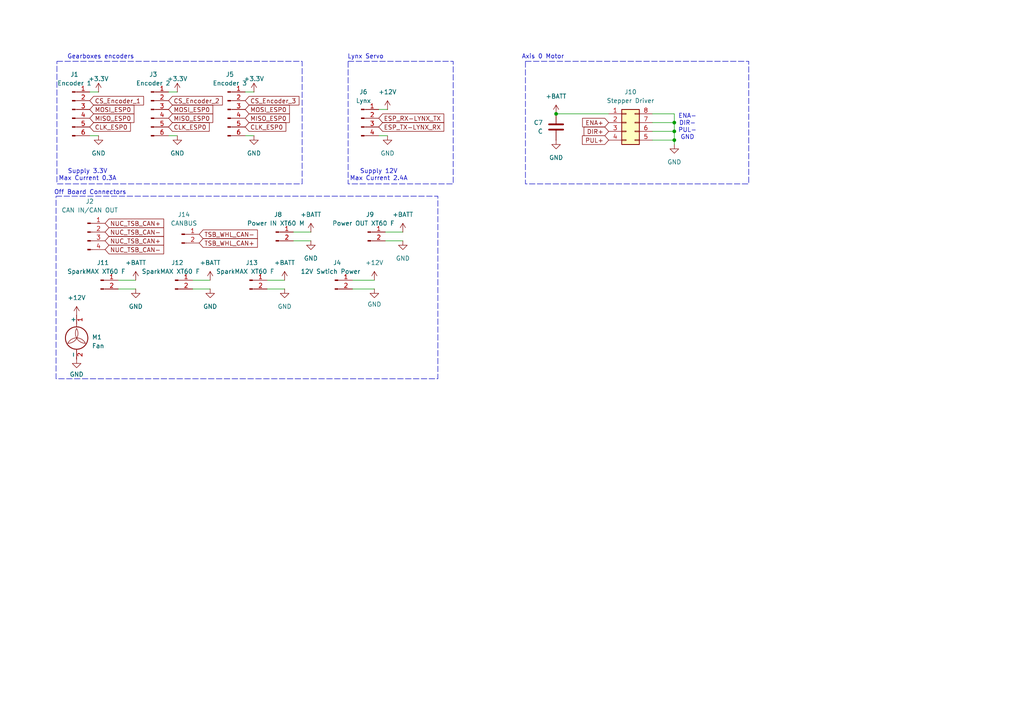
<source format=kicad_sch>
(kicad_sch
	(version 20231120)
	(generator "eeschema")
	(generator_version "8.0")
	(uuid "070f8139-277b-4f34-9ab8-2944fb7fe314")
	(paper "A4")
	(lib_symbols
		(symbol "Connector:Conn_01x02_Pin"
			(pin_names
				(offset 1.016) hide)
			(exclude_from_sim no)
			(in_bom yes)
			(on_board yes)
			(property "Reference" "J"
				(at 0 2.54 0)
				(effects
					(font
						(size 1.27 1.27)
					)
				)
			)
			(property "Value" "Conn_01x02_Pin"
				(at 0 -5.08 0)
				(effects
					(font
						(size 1.27 1.27)
					)
				)
			)
			(property "Footprint" ""
				(at 0 0 0)
				(effects
					(font
						(size 1.27 1.27)
					)
					(hide yes)
				)
			)
			(property "Datasheet" "~"
				(at 0 0 0)
				(effects
					(font
						(size 1.27 1.27)
					)
					(hide yes)
				)
			)
			(property "Description" "Generic connector, single row, 01x02, script generated"
				(at 0 0 0)
				(effects
					(font
						(size 1.27 1.27)
					)
					(hide yes)
				)
			)
			(property "ki_locked" ""
				(at 0 0 0)
				(effects
					(font
						(size 1.27 1.27)
					)
				)
			)
			(property "ki_keywords" "connector"
				(at 0 0 0)
				(effects
					(font
						(size 1.27 1.27)
					)
					(hide yes)
				)
			)
			(property "ki_fp_filters" "Connector*:*_1x??_*"
				(at 0 0 0)
				(effects
					(font
						(size 1.27 1.27)
					)
					(hide yes)
				)
			)
			(symbol "Conn_01x02_Pin_1_1"
				(polyline
					(pts
						(xy 1.27 -2.54) (xy 0.8636 -2.54)
					)
					(stroke
						(width 0.1524)
						(type default)
					)
					(fill
						(type none)
					)
				)
				(polyline
					(pts
						(xy 1.27 0) (xy 0.8636 0)
					)
					(stroke
						(width 0.1524)
						(type default)
					)
					(fill
						(type none)
					)
				)
				(rectangle
					(start 0.8636 -2.413)
					(end 0 -2.667)
					(stroke
						(width 0.1524)
						(type default)
					)
					(fill
						(type outline)
					)
				)
				(rectangle
					(start 0.8636 0.127)
					(end 0 -0.127)
					(stroke
						(width 0.1524)
						(type default)
					)
					(fill
						(type outline)
					)
				)
				(pin passive line
					(at 5.08 0 180)
					(length 3.81)
					(name "Pin_1"
						(effects
							(font
								(size 1.27 1.27)
							)
						)
					)
					(number "1"
						(effects
							(font
								(size 1.27 1.27)
							)
						)
					)
				)
				(pin passive line
					(at 5.08 -2.54 180)
					(length 3.81)
					(name "Pin_2"
						(effects
							(font
								(size 1.27 1.27)
							)
						)
					)
					(number "2"
						(effects
							(font
								(size 1.27 1.27)
							)
						)
					)
				)
			)
		)
		(symbol "Connector:Conn_01x04_Pin"
			(pin_names
				(offset 1.016) hide)
			(exclude_from_sim no)
			(in_bom yes)
			(on_board yes)
			(property "Reference" "J"
				(at 0 5.08 0)
				(effects
					(font
						(size 1.27 1.27)
					)
				)
			)
			(property "Value" "Conn_01x04_Pin"
				(at 0 -7.62 0)
				(effects
					(font
						(size 1.27 1.27)
					)
				)
			)
			(property "Footprint" ""
				(at 0 0 0)
				(effects
					(font
						(size 1.27 1.27)
					)
					(hide yes)
				)
			)
			(property "Datasheet" "~"
				(at 0 0 0)
				(effects
					(font
						(size 1.27 1.27)
					)
					(hide yes)
				)
			)
			(property "Description" "Generic connector, single row, 01x04, script generated"
				(at 0 0 0)
				(effects
					(font
						(size 1.27 1.27)
					)
					(hide yes)
				)
			)
			(property "ki_locked" ""
				(at 0 0 0)
				(effects
					(font
						(size 1.27 1.27)
					)
				)
			)
			(property "ki_keywords" "connector"
				(at 0 0 0)
				(effects
					(font
						(size 1.27 1.27)
					)
					(hide yes)
				)
			)
			(property "ki_fp_filters" "Connector*:*_1x??_*"
				(at 0 0 0)
				(effects
					(font
						(size 1.27 1.27)
					)
					(hide yes)
				)
			)
			(symbol "Conn_01x04_Pin_1_1"
				(polyline
					(pts
						(xy 1.27 -5.08) (xy 0.8636 -5.08)
					)
					(stroke
						(width 0.1524)
						(type default)
					)
					(fill
						(type none)
					)
				)
				(polyline
					(pts
						(xy 1.27 -2.54) (xy 0.8636 -2.54)
					)
					(stroke
						(width 0.1524)
						(type default)
					)
					(fill
						(type none)
					)
				)
				(polyline
					(pts
						(xy 1.27 0) (xy 0.8636 0)
					)
					(stroke
						(width 0.1524)
						(type default)
					)
					(fill
						(type none)
					)
				)
				(polyline
					(pts
						(xy 1.27 2.54) (xy 0.8636 2.54)
					)
					(stroke
						(width 0.1524)
						(type default)
					)
					(fill
						(type none)
					)
				)
				(rectangle
					(start 0.8636 -4.953)
					(end 0 -5.207)
					(stroke
						(width 0.1524)
						(type default)
					)
					(fill
						(type outline)
					)
				)
				(rectangle
					(start 0.8636 -2.413)
					(end 0 -2.667)
					(stroke
						(width 0.1524)
						(type default)
					)
					(fill
						(type outline)
					)
				)
				(rectangle
					(start 0.8636 0.127)
					(end 0 -0.127)
					(stroke
						(width 0.1524)
						(type default)
					)
					(fill
						(type outline)
					)
				)
				(rectangle
					(start 0.8636 2.667)
					(end 0 2.413)
					(stroke
						(width 0.1524)
						(type default)
					)
					(fill
						(type outline)
					)
				)
				(pin passive line
					(at 5.08 2.54 180)
					(length 3.81)
					(name "Pin_1"
						(effects
							(font
								(size 1.27 1.27)
							)
						)
					)
					(number "1"
						(effects
							(font
								(size 1.27 1.27)
							)
						)
					)
				)
				(pin passive line
					(at 5.08 0 180)
					(length 3.81)
					(name "Pin_2"
						(effects
							(font
								(size 1.27 1.27)
							)
						)
					)
					(number "2"
						(effects
							(font
								(size 1.27 1.27)
							)
						)
					)
				)
				(pin passive line
					(at 5.08 -2.54 180)
					(length 3.81)
					(name "Pin_3"
						(effects
							(font
								(size 1.27 1.27)
							)
						)
					)
					(number "3"
						(effects
							(font
								(size 1.27 1.27)
							)
						)
					)
				)
				(pin passive line
					(at 5.08 -5.08 180)
					(length 3.81)
					(name "Pin_4"
						(effects
							(font
								(size 1.27 1.27)
							)
						)
					)
					(number "4"
						(effects
							(font
								(size 1.27 1.27)
							)
						)
					)
				)
			)
		)
		(symbol "Connector:Conn_01x06_Pin"
			(pin_names
				(offset 1.016) hide)
			(exclude_from_sim no)
			(in_bom yes)
			(on_board yes)
			(property "Reference" "J"
				(at 0 7.62 0)
				(effects
					(font
						(size 1.27 1.27)
					)
				)
			)
			(property "Value" "Conn_01x06_Pin"
				(at 0 -10.16 0)
				(effects
					(font
						(size 1.27 1.27)
					)
				)
			)
			(property "Footprint" ""
				(at 0 0 0)
				(effects
					(font
						(size 1.27 1.27)
					)
					(hide yes)
				)
			)
			(property "Datasheet" "~"
				(at 0 0 0)
				(effects
					(font
						(size 1.27 1.27)
					)
					(hide yes)
				)
			)
			(property "Description" "Generic connector, single row, 01x06, script generated"
				(at 0 0 0)
				(effects
					(font
						(size 1.27 1.27)
					)
					(hide yes)
				)
			)
			(property "ki_locked" ""
				(at 0 0 0)
				(effects
					(font
						(size 1.27 1.27)
					)
				)
			)
			(property "ki_keywords" "connector"
				(at 0 0 0)
				(effects
					(font
						(size 1.27 1.27)
					)
					(hide yes)
				)
			)
			(property "ki_fp_filters" "Connector*:*_1x??_*"
				(at 0 0 0)
				(effects
					(font
						(size 1.27 1.27)
					)
					(hide yes)
				)
			)
			(symbol "Conn_01x06_Pin_1_1"
				(polyline
					(pts
						(xy 1.27 -7.62) (xy 0.8636 -7.62)
					)
					(stroke
						(width 0.1524)
						(type default)
					)
					(fill
						(type none)
					)
				)
				(polyline
					(pts
						(xy 1.27 -5.08) (xy 0.8636 -5.08)
					)
					(stroke
						(width 0.1524)
						(type default)
					)
					(fill
						(type none)
					)
				)
				(polyline
					(pts
						(xy 1.27 -2.54) (xy 0.8636 -2.54)
					)
					(stroke
						(width 0.1524)
						(type default)
					)
					(fill
						(type none)
					)
				)
				(polyline
					(pts
						(xy 1.27 0) (xy 0.8636 0)
					)
					(stroke
						(width 0.1524)
						(type default)
					)
					(fill
						(type none)
					)
				)
				(polyline
					(pts
						(xy 1.27 2.54) (xy 0.8636 2.54)
					)
					(stroke
						(width 0.1524)
						(type default)
					)
					(fill
						(type none)
					)
				)
				(polyline
					(pts
						(xy 1.27 5.08) (xy 0.8636 5.08)
					)
					(stroke
						(width 0.1524)
						(type default)
					)
					(fill
						(type none)
					)
				)
				(rectangle
					(start 0.8636 -7.493)
					(end 0 -7.747)
					(stroke
						(width 0.1524)
						(type default)
					)
					(fill
						(type outline)
					)
				)
				(rectangle
					(start 0.8636 -4.953)
					(end 0 -5.207)
					(stroke
						(width 0.1524)
						(type default)
					)
					(fill
						(type outline)
					)
				)
				(rectangle
					(start 0.8636 -2.413)
					(end 0 -2.667)
					(stroke
						(width 0.1524)
						(type default)
					)
					(fill
						(type outline)
					)
				)
				(rectangle
					(start 0.8636 0.127)
					(end 0 -0.127)
					(stroke
						(width 0.1524)
						(type default)
					)
					(fill
						(type outline)
					)
				)
				(rectangle
					(start 0.8636 2.667)
					(end 0 2.413)
					(stroke
						(width 0.1524)
						(type default)
					)
					(fill
						(type outline)
					)
				)
				(rectangle
					(start 0.8636 5.207)
					(end 0 4.953)
					(stroke
						(width 0.1524)
						(type default)
					)
					(fill
						(type outline)
					)
				)
				(pin passive line
					(at 5.08 5.08 180)
					(length 3.81)
					(name "Pin_1"
						(effects
							(font
								(size 1.27 1.27)
							)
						)
					)
					(number "1"
						(effects
							(font
								(size 1.27 1.27)
							)
						)
					)
				)
				(pin passive line
					(at 5.08 2.54 180)
					(length 3.81)
					(name "Pin_2"
						(effects
							(font
								(size 1.27 1.27)
							)
						)
					)
					(number "2"
						(effects
							(font
								(size 1.27 1.27)
							)
						)
					)
				)
				(pin passive line
					(at 5.08 0 180)
					(length 3.81)
					(name "Pin_3"
						(effects
							(font
								(size 1.27 1.27)
							)
						)
					)
					(number "3"
						(effects
							(font
								(size 1.27 1.27)
							)
						)
					)
				)
				(pin passive line
					(at 5.08 -2.54 180)
					(length 3.81)
					(name "Pin_4"
						(effects
							(font
								(size 1.27 1.27)
							)
						)
					)
					(number "4"
						(effects
							(font
								(size 1.27 1.27)
							)
						)
					)
				)
				(pin passive line
					(at 5.08 -5.08 180)
					(length 3.81)
					(name "Pin_5"
						(effects
							(font
								(size 1.27 1.27)
							)
						)
					)
					(number "5"
						(effects
							(font
								(size 1.27 1.27)
							)
						)
					)
				)
				(pin passive line
					(at 5.08 -7.62 180)
					(length 3.81)
					(name "Pin_6"
						(effects
							(font
								(size 1.27 1.27)
							)
						)
					)
					(number "6"
						(effects
							(font
								(size 1.27 1.27)
							)
						)
					)
				)
			)
		)
		(symbol "Connector_Generic:Conn_02x04_Counter_Clockwise"
			(pin_names
				(offset 1.016) hide)
			(exclude_from_sim no)
			(in_bom yes)
			(on_board yes)
			(property "Reference" "J"
				(at 1.27 5.08 0)
				(effects
					(font
						(size 1.27 1.27)
					)
				)
			)
			(property "Value" "Conn_02x04_Counter_Clockwise"
				(at 1.27 -7.62 0)
				(effects
					(font
						(size 1.27 1.27)
					)
				)
			)
			(property "Footprint" ""
				(at 0 0 0)
				(effects
					(font
						(size 1.27 1.27)
					)
					(hide yes)
				)
			)
			(property "Datasheet" "~"
				(at 0 0 0)
				(effects
					(font
						(size 1.27 1.27)
					)
					(hide yes)
				)
			)
			(property "Description" "Generic connector, double row, 02x04, counter clockwise pin numbering scheme (similar to DIP package numbering), script generated (kicad-library-utils/schlib/autogen/connector/)"
				(at 0 0 0)
				(effects
					(font
						(size 1.27 1.27)
					)
					(hide yes)
				)
			)
			(property "ki_keywords" "connector"
				(at 0 0 0)
				(effects
					(font
						(size 1.27 1.27)
					)
					(hide yes)
				)
			)
			(property "ki_fp_filters" "Connector*:*_2x??_*"
				(at 0 0 0)
				(effects
					(font
						(size 1.27 1.27)
					)
					(hide yes)
				)
			)
			(symbol "Conn_02x04_Counter_Clockwise_1_1"
				(rectangle
					(start -1.27 -4.953)
					(end 0 -5.207)
					(stroke
						(width 0.1524)
						(type default)
					)
					(fill
						(type none)
					)
				)
				(rectangle
					(start -1.27 -2.413)
					(end 0 -2.667)
					(stroke
						(width 0.1524)
						(type default)
					)
					(fill
						(type none)
					)
				)
				(rectangle
					(start -1.27 0.127)
					(end 0 -0.127)
					(stroke
						(width 0.1524)
						(type default)
					)
					(fill
						(type none)
					)
				)
				(rectangle
					(start -1.27 2.667)
					(end 0 2.413)
					(stroke
						(width 0.1524)
						(type default)
					)
					(fill
						(type none)
					)
				)
				(rectangle
					(start -1.27 3.81)
					(end 3.81 -6.35)
					(stroke
						(width 0.254)
						(type default)
					)
					(fill
						(type background)
					)
				)
				(rectangle
					(start 3.81 -4.953)
					(end 2.54 -5.207)
					(stroke
						(width 0.1524)
						(type default)
					)
					(fill
						(type none)
					)
				)
				(rectangle
					(start 3.81 -2.413)
					(end 2.54 -2.667)
					(stroke
						(width 0.1524)
						(type default)
					)
					(fill
						(type none)
					)
				)
				(rectangle
					(start 3.81 0.127)
					(end 2.54 -0.127)
					(stroke
						(width 0.1524)
						(type default)
					)
					(fill
						(type none)
					)
				)
				(rectangle
					(start 3.81 2.667)
					(end 2.54 2.413)
					(stroke
						(width 0.1524)
						(type default)
					)
					(fill
						(type none)
					)
				)
				(pin passive line
					(at -5.08 2.54 0)
					(length 3.81)
					(name "Pin_1"
						(effects
							(font
								(size 1.27 1.27)
							)
						)
					)
					(number "1"
						(effects
							(font
								(size 1.27 1.27)
							)
						)
					)
				)
				(pin passive line
					(at -5.08 0 0)
					(length 3.81)
					(name "Pin_2"
						(effects
							(font
								(size 1.27 1.27)
							)
						)
					)
					(number "2"
						(effects
							(font
								(size 1.27 1.27)
							)
						)
					)
				)
				(pin passive line
					(at -5.08 -2.54 0)
					(length 3.81)
					(name "Pin_3"
						(effects
							(font
								(size 1.27 1.27)
							)
						)
					)
					(number "3"
						(effects
							(font
								(size 1.27 1.27)
							)
						)
					)
				)
				(pin passive line
					(at -5.08 -5.08 0)
					(length 3.81)
					(name "Pin_4"
						(effects
							(font
								(size 1.27 1.27)
							)
						)
					)
					(number "4"
						(effects
							(font
								(size 1.27 1.27)
							)
						)
					)
				)
				(pin passive line
					(at 7.62 -5.08 180)
					(length 3.81)
					(name "Pin_5"
						(effects
							(font
								(size 1.27 1.27)
							)
						)
					)
					(number "5"
						(effects
							(font
								(size 1.27 1.27)
							)
						)
					)
				)
				(pin passive line
					(at 7.62 -2.54 180)
					(length 3.81)
					(name "Pin_6"
						(effects
							(font
								(size 1.27 1.27)
							)
						)
					)
					(number "6"
						(effects
							(font
								(size 1.27 1.27)
							)
						)
					)
				)
				(pin passive line
					(at 7.62 0 180)
					(length 3.81)
					(name "Pin_7"
						(effects
							(font
								(size 1.27 1.27)
							)
						)
					)
					(number "7"
						(effects
							(font
								(size 1.27 1.27)
							)
						)
					)
				)
				(pin passive line
					(at 7.62 2.54 180)
					(length 3.81)
					(name "Pin_8"
						(effects
							(font
								(size 1.27 1.27)
							)
						)
					)
					(number "8"
						(effects
							(font
								(size 1.27 1.27)
							)
						)
					)
				)
			)
		)
		(symbol "Device:C"
			(pin_numbers hide)
			(pin_names
				(offset 0.254)
			)
			(exclude_from_sim no)
			(in_bom yes)
			(on_board yes)
			(property "Reference" "C"
				(at 0.635 2.54 0)
				(effects
					(font
						(size 1.27 1.27)
					)
					(justify left)
				)
			)
			(property "Value" "C"
				(at 0.635 -2.54 0)
				(effects
					(font
						(size 1.27 1.27)
					)
					(justify left)
				)
			)
			(property "Footprint" ""
				(at 0.9652 -3.81 0)
				(effects
					(font
						(size 1.27 1.27)
					)
					(hide yes)
				)
			)
			(property "Datasheet" "~"
				(at 0 0 0)
				(effects
					(font
						(size 1.27 1.27)
					)
					(hide yes)
				)
			)
			(property "Description" "Unpolarized capacitor"
				(at 0 0 0)
				(effects
					(font
						(size 1.27 1.27)
					)
					(hide yes)
				)
			)
			(property "ki_keywords" "cap capacitor"
				(at 0 0 0)
				(effects
					(font
						(size 1.27 1.27)
					)
					(hide yes)
				)
			)
			(property "ki_fp_filters" "C_*"
				(at 0 0 0)
				(effects
					(font
						(size 1.27 1.27)
					)
					(hide yes)
				)
			)
			(symbol "C_0_1"
				(polyline
					(pts
						(xy -2.032 -0.762) (xy 2.032 -0.762)
					)
					(stroke
						(width 0.508)
						(type default)
					)
					(fill
						(type none)
					)
				)
				(polyline
					(pts
						(xy -2.032 0.762) (xy 2.032 0.762)
					)
					(stroke
						(width 0.508)
						(type default)
					)
					(fill
						(type none)
					)
				)
			)
			(symbol "C_1_1"
				(pin passive line
					(at 0 3.81 270)
					(length 2.794)
					(name "~"
						(effects
							(font
								(size 1.27 1.27)
							)
						)
					)
					(number "1"
						(effects
							(font
								(size 1.27 1.27)
							)
						)
					)
				)
				(pin passive line
					(at 0 -3.81 90)
					(length 2.794)
					(name "~"
						(effects
							(font
								(size 1.27 1.27)
							)
						)
					)
					(number "2"
						(effects
							(font
								(size 1.27 1.27)
							)
						)
					)
				)
			)
		)
		(symbol "Motor:Fan"
			(pin_names
				(offset 0)
			)
			(exclude_from_sim no)
			(in_bom yes)
			(on_board yes)
			(property "Reference" "M"
				(at 2.54 5.08 0)
				(effects
					(font
						(size 1.27 1.27)
					)
					(justify left)
				)
			)
			(property "Value" "Fan"
				(at 2.54 -2.54 0)
				(effects
					(font
						(size 1.27 1.27)
					)
					(justify left top)
				)
			)
			(property "Footprint" ""
				(at 0 0.254 0)
				(effects
					(font
						(size 1.27 1.27)
					)
					(hide yes)
				)
			)
			(property "Datasheet" "~"
				(at 0 0.254 0)
				(effects
					(font
						(size 1.27 1.27)
					)
					(hide yes)
				)
			)
			(property "Description" "Fan"
				(at 0 0 0)
				(effects
					(font
						(size 1.27 1.27)
					)
					(hide yes)
				)
			)
			(property "ki_keywords" "Fan Motor"
				(at 0 0 0)
				(effects
					(font
						(size 1.27 1.27)
					)
					(hide yes)
				)
			)
			(property "ki_fp_filters" "PinHeader*P2.54mm* TerminalBlock*"
				(at 0 0 0)
				(effects
					(font
						(size 1.27 1.27)
					)
					(hide yes)
				)
			)
			(symbol "Fan_0_1"
				(arc
					(start -2.54 -0.508)
					(mid 0.0028 0.9121)
					(end 0 3.81)
					(stroke
						(width 0)
						(type default)
					)
					(fill
						(type none)
					)
				)
				(polyline
					(pts
						(xy 0 -5.08) (xy 0 -4.572)
					)
					(stroke
						(width 0)
						(type default)
					)
					(fill
						(type none)
					)
				)
				(polyline
					(pts
						(xy 0 -2.2352) (xy 0 -2.6416)
					)
					(stroke
						(width 0)
						(type default)
					)
					(fill
						(type none)
					)
				)
				(polyline
					(pts
						(xy 0 4.2672) (xy 0 4.6228)
					)
					(stroke
						(width 0)
						(type default)
					)
					(fill
						(type none)
					)
				)
				(polyline
					(pts
						(xy 0 4.572) (xy 0 5.08)
					)
					(stroke
						(width 0)
						(type default)
					)
					(fill
						(type none)
					)
				)
				(circle
					(center 0 1.016)
					(radius 3.2512)
					(stroke
						(width 0.254)
						(type default)
					)
					(fill
						(type none)
					)
				)
				(arc
					(start 0 3.81)
					(mid 0.053 0.921)
					(end 2.54 -0.508)
					(stroke
						(width 0)
						(type default)
					)
					(fill
						(type none)
					)
				)
				(arc
					(start 2.54 -0.508)
					(mid 0 1.0618)
					(end -2.54 -0.508)
					(stroke
						(width 0)
						(type default)
					)
					(fill
						(type none)
					)
				)
			)
			(symbol "Fan_1_1"
				(pin passive line
					(at 0 7.62 270)
					(length 2.54)
					(name "+"
						(effects
							(font
								(size 1.27 1.27)
							)
						)
					)
					(number "1"
						(effects
							(font
								(size 1.27 1.27)
							)
						)
					)
				)
				(pin passive line
					(at 0 -5.08 90)
					(length 2.54)
					(name "-"
						(effects
							(font
								(size 1.27 1.27)
							)
						)
					)
					(number "2"
						(effects
							(font
								(size 1.27 1.27)
							)
						)
					)
				)
			)
		)
		(symbol "power:+12V"
			(power)
			(pin_numbers hide)
			(pin_names
				(offset 0) hide)
			(exclude_from_sim no)
			(in_bom yes)
			(on_board yes)
			(property "Reference" "#PWR"
				(at 0 -3.81 0)
				(effects
					(font
						(size 1.27 1.27)
					)
					(hide yes)
				)
			)
			(property "Value" "+12V"
				(at 0 3.556 0)
				(effects
					(font
						(size 1.27 1.27)
					)
				)
			)
			(property "Footprint" ""
				(at 0 0 0)
				(effects
					(font
						(size 1.27 1.27)
					)
					(hide yes)
				)
			)
			(property "Datasheet" ""
				(at 0 0 0)
				(effects
					(font
						(size 1.27 1.27)
					)
					(hide yes)
				)
			)
			(property "Description" "Power symbol creates a global label with name \"+12V\""
				(at 0 0 0)
				(effects
					(font
						(size 1.27 1.27)
					)
					(hide yes)
				)
			)
			(property "ki_keywords" "global power"
				(at 0 0 0)
				(effects
					(font
						(size 1.27 1.27)
					)
					(hide yes)
				)
			)
			(symbol "+12V_0_1"
				(polyline
					(pts
						(xy -0.762 1.27) (xy 0 2.54)
					)
					(stroke
						(width 0)
						(type default)
					)
					(fill
						(type none)
					)
				)
				(polyline
					(pts
						(xy 0 0) (xy 0 2.54)
					)
					(stroke
						(width 0)
						(type default)
					)
					(fill
						(type none)
					)
				)
				(polyline
					(pts
						(xy 0 2.54) (xy 0.762 1.27)
					)
					(stroke
						(width 0)
						(type default)
					)
					(fill
						(type none)
					)
				)
			)
			(symbol "+12V_1_1"
				(pin power_in line
					(at 0 0 90)
					(length 0)
					(name "~"
						(effects
							(font
								(size 1.27 1.27)
							)
						)
					)
					(number "1"
						(effects
							(font
								(size 1.27 1.27)
							)
						)
					)
				)
			)
		)
		(symbol "power:+3.3V"
			(power)
			(pin_numbers hide)
			(pin_names
				(offset 0) hide)
			(exclude_from_sim no)
			(in_bom yes)
			(on_board yes)
			(property "Reference" "#PWR"
				(at 0 -3.81 0)
				(effects
					(font
						(size 1.27 1.27)
					)
					(hide yes)
				)
			)
			(property "Value" "+3.3V"
				(at 0 3.556 0)
				(effects
					(font
						(size 1.27 1.27)
					)
				)
			)
			(property "Footprint" ""
				(at 0 0 0)
				(effects
					(font
						(size 1.27 1.27)
					)
					(hide yes)
				)
			)
			(property "Datasheet" ""
				(at 0 0 0)
				(effects
					(font
						(size 1.27 1.27)
					)
					(hide yes)
				)
			)
			(property "Description" "Power symbol creates a global label with name \"+3.3V\""
				(at 0 0 0)
				(effects
					(font
						(size 1.27 1.27)
					)
					(hide yes)
				)
			)
			(property "ki_keywords" "global power"
				(at 0 0 0)
				(effects
					(font
						(size 1.27 1.27)
					)
					(hide yes)
				)
			)
			(symbol "+3.3V_0_1"
				(polyline
					(pts
						(xy -0.762 1.27) (xy 0 2.54)
					)
					(stroke
						(width 0)
						(type default)
					)
					(fill
						(type none)
					)
				)
				(polyline
					(pts
						(xy 0 0) (xy 0 2.54)
					)
					(stroke
						(width 0)
						(type default)
					)
					(fill
						(type none)
					)
				)
				(polyline
					(pts
						(xy 0 2.54) (xy 0.762 1.27)
					)
					(stroke
						(width 0)
						(type default)
					)
					(fill
						(type none)
					)
				)
			)
			(symbol "+3.3V_1_1"
				(pin power_in line
					(at 0 0 90)
					(length 0)
					(name "~"
						(effects
							(font
								(size 1.27 1.27)
							)
						)
					)
					(number "1"
						(effects
							(font
								(size 1.27 1.27)
							)
						)
					)
				)
			)
		)
		(symbol "power:+BATT"
			(power)
			(pin_numbers hide)
			(pin_names
				(offset 0) hide)
			(exclude_from_sim no)
			(in_bom yes)
			(on_board yes)
			(property "Reference" "#PWR"
				(at 0 -3.81 0)
				(effects
					(font
						(size 1.27 1.27)
					)
					(hide yes)
				)
			)
			(property "Value" "+BATT"
				(at 0 3.556 0)
				(effects
					(font
						(size 1.27 1.27)
					)
				)
			)
			(property "Footprint" ""
				(at 0 0 0)
				(effects
					(font
						(size 1.27 1.27)
					)
					(hide yes)
				)
			)
			(property "Datasheet" ""
				(at 0 0 0)
				(effects
					(font
						(size 1.27 1.27)
					)
					(hide yes)
				)
			)
			(property "Description" "Power symbol creates a global label with name \"+BATT\""
				(at 0 0 0)
				(effects
					(font
						(size 1.27 1.27)
					)
					(hide yes)
				)
			)
			(property "ki_keywords" "global power battery"
				(at 0 0 0)
				(effects
					(font
						(size 1.27 1.27)
					)
					(hide yes)
				)
			)
			(symbol "+BATT_0_1"
				(polyline
					(pts
						(xy -0.762 1.27) (xy 0 2.54)
					)
					(stroke
						(width 0)
						(type default)
					)
					(fill
						(type none)
					)
				)
				(polyline
					(pts
						(xy 0 0) (xy 0 2.54)
					)
					(stroke
						(width 0)
						(type default)
					)
					(fill
						(type none)
					)
				)
				(polyline
					(pts
						(xy 0 2.54) (xy 0.762 1.27)
					)
					(stroke
						(width 0)
						(type default)
					)
					(fill
						(type none)
					)
				)
			)
			(symbol "+BATT_1_1"
				(pin power_in line
					(at 0 0 90)
					(length 0)
					(name "~"
						(effects
							(font
								(size 1.27 1.27)
							)
						)
					)
					(number "1"
						(effects
							(font
								(size 1.27 1.27)
							)
						)
					)
				)
			)
		)
		(symbol "power:GND"
			(power)
			(pin_numbers hide)
			(pin_names
				(offset 0) hide)
			(exclude_from_sim no)
			(in_bom yes)
			(on_board yes)
			(property "Reference" "#PWR"
				(at 0 -6.35 0)
				(effects
					(font
						(size 1.27 1.27)
					)
					(hide yes)
				)
			)
			(property "Value" "GND"
				(at 0 -3.81 0)
				(effects
					(font
						(size 1.27 1.27)
					)
				)
			)
			(property "Footprint" ""
				(at 0 0 0)
				(effects
					(font
						(size 1.27 1.27)
					)
					(hide yes)
				)
			)
			(property "Datasheet" ""
				(at 0 0 0)
				(effects
					(font
						(size 1.27 1.27)
					)
					(hide yes)
				)
			)
			(property "Description" "Power symbol creates a global label with name \"GND\" , ground"
				(at 0 0 0)
				(effects
					(font
						(size 1.27 1.27)
					)
					(hide yes)
				)
			)
			(property "ki_keywords" "global power"
				(at 0 0 0)
				(effects
					(font
						(size 1.27 1.27)
					)
					(hide yes)
				)
			)
			(symbol "GND_0_1"
				(polyline
					(pts
						(xy 0 0) (xy 0 -1.27) (xy 1.27 -1.27) (xy 0 -2.54) (xy -1.27 -1.27) (xy 0 -1.27)
					)
					(stroke
						(width 0)
						(type default)
					)
					(fill
						(type none)
					)
				)
			)
			(symbol "GND_1_1"
				(pin power_in line
					(at 0 0 270)
					(length 0)
					(name "~"
						(effects
							(font
								(size 1.27 1.27)
							)
						)
					)
					(number "1"
						(effects
							(font
								(size 1.27 1.27)
							)
						)
					)
				)
			)
		)
	)
	(junction
		(at 161.29 33.02)
		(diameter 0)
		(color 0 0 0 0)
		(uuid "10d0005a-f922-4b75-90bf-0747e9908ec6")
	)
	(junction
		(at 195.58 40.64)
		(diameter 0)
		(color 0 0 0 0)
		(uuid "4e3e920d-de76-4419-bf0a-e3eda5f52108")
	)
	(junction
		(at 195.58 38.1)
		(diameter 0)
		(color 0 0 0 0)
		(uuid "5bbb02ad-c775-4c47-a89f-6fe6b0f42b67")
	)
	(junction
		(at 195.58 35.56)
		(diameter 0)
		(color 0 0 0 0)
		(uuid "c9637751-b6f6-4f92-94a0-d82dee419307")
	)
	(wire
		(pts
			(xy 116.84 69.85) (xy 111.76 69.85)
		)
		(stroke
			(width 0)
			(type default)
		)
		(uuid "006bb1a7-80a9-4fc6-b32b-4e3da900d907")
	)
	(wire
		(pts
			(xy 189.23 33.02) (xy 195.58 33.02)
		)
		(stroke
			(width 0)
			(type default)
		)
		(uuid "04ed8f0d-ff27-40d4-9c03-22acc3433fdf")
	)
	(wire
		(pts
			(xy 195.58 38.1) (xy 195.58 40.64)
		)
		(stroke
			(width 0)
			(type default)
		)
		(uuid "0f185be2-3580-41b1-86f4-fa1e8941363e")
	)
	(wire
		(pts
			(xy 48.895 26.67) (xy 51.435 26.67)
		)
		(stroke
			(width 0)
			(type default)
		)
		(uuid "1231dd38-32e6-4011-bb28-30609fe78cf3")
	)
	(wire
		(pts
			(xy 60.96 83.82) (xy 55.88 83.82)
		)
		(stroke
			(width 0)
			(type default)
		)
		(uuid "18a6f6b9-c105-4064-94f3-c9fd73357112")
	)
	(wire
		(pts
			(xy 195.58 40.64) (xy 195.58 41.91)
		)
		(stroke
			(width 0)
			(type default)
		)
		(uuid "1c728fa6-3646-4c9e-ac69-7f943ee0cb67")
	)
	(wire
		(pts
			(xy 71.12 26.67) (xy 73.66 26.67)
		)
		(stroke
			(width 0)
			(type default)
		)
		(uuid "1fe582e5-17c3-4dd9-925f-8955a4c2e288")
	)
	(wire
		(pts
			(xy 90.17 67.31) (xy 85.09 67.31)
		)
		(stroke
			(width 0)
			(type default)
		)
		(uuid "3dfca4f0-e1f1-4545-8111-385fb0340bbc")
	)
	(wire
		(pts
			(xy 189.23 40.64) (xy 195.58 40.64)
		)
		(stroke
			(width 0)
			(type default)
		)
		(uuid "3e8475cc-52b8-415a-ab91-7ddf4585c77f")
	)
	(wire
		(pts
			(xy 116.84 67.31) (xy 111.76 67.31)
		)
		(stroke
			(width 0)
			(type default)
		)
		(uuid "5e77b0be-15ee-4e7e-8cdb-7948d5c97aa7")
	)
	(wire
		(pts
			(xy 71.12 39.37) (xy 73.66 39.37)
		)
		(stroke
			(width 0)
			(type default)
		)
		(uuid "5fc72653-0438-4fcc-9229-f1286e5b9a04")
	)
	(wire
		(pts
			(xy 102.235 83.82) (xy 108.585 83.82)
		)
		(stroke
			(width 0)
			(type default)
		)
		(uuid "6bde90e3-9a09-4023-8c0b-1ee9c983060f")
	)
	(wire
		(pts
			(xy 195.58 33.02) (xy 195.58 35.56)
		)
		(stroke
			(width 0)
			(type default)
		)
		(uuid "6f94db60-253f-4bc3-b2c0-ac0e54e17441")
	)
	(wire
		(pts
			(xy 60.96 81.28) (xy 55.88 81.28)
		)
		(stroke
			(width 0)
			(type default)
		)
		(uuid "7d3afec2-83ed-41fd-9afe-7ced29b7ae57")
	)
	(wire
		(pts
			(xy 39.37 81.28) (xy 34.29 81.28)
		)
		(stroke
			(width 0)
			(type default)
		)
		(uuid "8158ff4d-dd45-49a2-ac93-e98779257080")
	)
	(wire
		(pts
			(xy 109.855 31.75) (xy 112.395 31.75)
		)
		(stroke
			(width 0)
			(type default)
		)
		(uuid "89d53e52-b651-4898-b3d5-b788cf29e1c6")
	)
	(wire
		(pts
			(xy 82.55 83.82) (xy 77.47 83.82)
		)
		(stroke
			(width 0)
			(type default)
		)
		(uuid "908675ce-99c5-409b-a6af-466b834fba74")
	)
	(wire
		(pts
			(xy 161.29 33.02) (xy 176.53 33.02)
		)
		(stroke
			(width 0)
			(type default)
		)
		(uuid "9961766f-62cc-4c96-a5af-63adece8fff2")
	)
	(wire
		(pts
			(xy 195.58 35.56) (xy 195.58 38.1)
		)
		(stroke
			(width 0)
			(type default)
		)
		(uuid "99ba7f51-2128-4e12-b1cc-cb7266a682e6")
	)
	(wire
		(pts
			(xy 109.855 39.37) (xy 112.395 39.37)
		)
		(stroke
			(width 0)
			(type default)
		)
		(uuid "a2122542-75e4-48b7-924a-621f47ac1b4d")
	)
	(wire
		(pts
			(xy 90.17 69.85) (xy 85.09 69.85)
		)
		(stroke
			(width 0)
			(type default)
		)
		(uuid "c0e9d866-4ff3-4393-9b34-06f5b4cd723e")
	)
	(wire
		(pts
			(xy 26.035 39.37) (xy 28.575 39.37)
		)
		(stroke
			(width 0)
			(type default)
		)
		(uuid "c21fcb8e-66b2-41ac-854a-8dbaf9ed8008")
	)
	(wire
		(pts
			(xy 28.575 26.67) (xy 26.035 26.67)
		)
		(stroke
			(width 0)
			(type default)
		)
		(uuid "cd1a8a2d-234b-49e3-8468-862eeb128826")
	)
	(wire
		(pts
			(xy 189.23 38.1) (xy 195.58 38.1)
		)
		(stroke
			(width 0)
			(type default)
		)
		(uuid "cf239fd8-e0f9-422e-adac-1a853e66205b")
	)
	(wire
		(pts
			(xy 189.23 35.56) (xy 195.58 35.56)
		)
		(stroke
			(width 0)
			(type default)
		)
		(uuid "d1697aa6-a3cd-4e8a-8039-8e98485d04b0")
	)
	(wire
		(pts
			(xy 39.37 83.82) (xy 34.29 83.82)
		)
		(stroke
			(width 0)
			(type default)
		)
		(uuid "da33a022-8175-47fe-9949-129d9f466997")
	)
	(wire
		(pts
			(xy 48.895 39.37) (xy 51.435 39.37)
		)
		(stroke
			(width 0)
			(type default)
		)
		(uuid "e46131cf-06d3-40cd-8ed5-1687713befa6")
	)
	(wire
		(pts
			(xy 102.235 81.28) (xy 108.585 81.28)
		)
		(stroke
			(width 0)
			(type default)
		)
		(uuid "f5ec851b-2c9f-49b2-b235-86fd77c63569")
	)
	(wire
		(pts
			(xy 82.55 81.28) (xy 77.47 81.28)
		)
		(stroke
			(width 0)
			(type default)
		)
		(uuid "fcaa62af-dc8f-463c-ba9a-d71c7415b5be")
	)
	(rectangle
		(start 100.965 17.78)
		(end 131.445 53.34)
		(stroke
			(width 0)
			(type dash)
		)
		(fill
			(type none)
		)
		(uuid 095ed9bf-89eb-4d8c-8f0c-e00001bb252d)
	)
	(rectangle
		(start 152.4 17.78)
		(end 217.17 53.34)
		(stroke
			(width 0)
			(type dash)
		)
		(fill
			(type none)
		)
		(uuid 26a352af-8069-4c8e-9d93-7b95c3df28dd)
	)
	(rectangle
		(start 16.256 56.896)
		(end 127 109.855)
		(stroke
			(width 0)
			(type dash)
		)
		(fill
			(type none)
		)
		(uuid 55b764c8-f17d-4c9d-933a-c8e3b93b24f6)
	)
	(rectangle
		(start 16.51 17.78)
		(end 87.63 53.34)
		(stroke
			(width 0)
			(type dash)
		)
		(fill
			(type none)
		)
		(uuid c630fcee-05e2-4213-a924-691bef11fadf)
	)
	(text "Axis 0 Motor"
		(exclude_from_sim no)
		(at 157.48 16.51 0)
		(effects
			(font
				(size 1.27 1.27)
			)
		)
		(uuid "0b7a9f61-a427-4dae-a232-919f647ba494")
	)
	(text "Supply 3.3V\nMax Current 0.3A"
		(exclude_from_sim no)
		(at 25.4 50.8 0)
		(effects
			(font
				(size 1.27 1.27)
			)
		)
		(uuid "14804b46-7e34-4853-bde2-5d9c4d371daf")
	)
	(text "Gearboxes encoders"
		(exclude_from_sim no)
		(at 29.21 16.51 0)
		(effects
			(font
				(size 1.27 1.27)
			)
		)
		(uuid "267e709c-5e4a-4715-8770-4c56fad2ea02")
	)
	(text "Supply 12V\nMax Current 2.4A"
		(exclude_from_sim no)
		(at 109.855 50.8 0)
		(effects
			(font
				(size 1.27 1.27)
			)
		)
		(uuid "41e6174c-9146-45c9-99dd-4212e8b29d8f")
	)
	(text "Off Board Connectors"
		(exclude_from_sim no)
		(at 26.162 55.88 0)
		(effects
			(font
				(size 1.27 1.27)
			)
		)
		(uuid "e00972f0-1e20-4367-9398-e61a96916fa5")
	)
	(text "ENA-\nDIR-\nPUL-\nGND"
		(exclude_from_sim no)
		(at 199.39 36.83 0)
		(effects
			(font
				(size 1.27 1.27)
			)
		)
		(uuid "e0bb63db-c8e9-499b-ac0b-3d48f0a85068")
	)
	(text "Lynx Servo"
		(exclude_from_sim no)
		(at 106.045 16.51 0)
		(effects
			(font
				(size 1.27 1.27)
			)
		)
		(uuid "eff517e3-ce9f-4671-9a19-c49c11b885b4")
	)
	(global_label "MISO_ESP0"
		(shape input)
		(at 71.12 34.29 0)
		(fields_autoplaced yes)
		(effects
			(font
				(size 1.27 1.27)
			)
			(justify left)
		)
		(uuid "0f6a4861-0b76-4104-806f-e25d87be17a5")
		(property "Intersheetrefs" "${INTERSHEET_REFS}"
			(at 84.507 34.29 0)
			(effects
				(font
					(size 1.27 1.27)
				)
				(justify left)
				(hide yes)
			)
		)
	)
	(global_label "ENA+"
		(shape input)
		(at 176.53 35.56 180)
		(fields_autoplaced yes)
		(effects
			(font
				(size 1.27 1.27)
			)
			(justify right)
		)
		(uuid "100c8e28-71f7-4937-9109-ab502e68b178")
		(property "Intersheetrefs" "${INTERSHEET_REFS}"
			(at 168.4043 35.56 0)
			(effects
				(font
					(size 1.27 1.27)
				)
				(justify right)
				(hide yes)
			)
		)
	)
	(global_label "MOSI_ESP0"
		(shape input)
		(at 48.895 31.75 0)
		(fields_autoplaced yes)
		(effects
			(font
				(size 1.27 1.27)
			)
			(justify left)
		)
		(uuid "1207585c-ff99-4d2f-9634-617bb0cab792")
		(property "Intersheetrefs" "${INTERSHEET_REFS}"
			(at 62.282 31.75 0)
			(effects
				(font
					(size 1.27 1.27)
				)
				(justify left)
				(hide yes)
			)
		)
	)
	(global_label "ESP_RX-LYNX_TX"
		(shape input)
		(at 109.855 34.29 0)
		(fields_autoplaced yes)
		(effects
			(font
				(size 1.27 1.27)
			)
			(justify left)
		)
		(uuid "23c973de-beca-4f74-9eae-14fdcc3c8342")
		(property "Intersheetrefs" "${INTERSHEET_REFS}"
			(at 129.2896 34.29 0)
			(effects
				(font
					(size 1.27 1.27)
				)
				(justify left)
				(hide yes)
			)
		)
	)
	(global_label "CLK_ESP0"
		(shape input)
		(at 71.12 36.83 0)
		(fields_autoplaced yes)
		(effects
			(font
				(size 1.27 1.27)
			)
			(justify left)
		)
		(uuid "242bbf6c-821a-4d5e-a082-0ef30c16eaa5")
		(property "Intersheetrefs" "${INTERSHEET_REFS}"
			(at 83.4789 36.83 0)
			(effects
				(font
					(size 1.27 1.27)
				)
				(justify left)
				(hide yes)
			)
		)
	)
	(global_label "NUC_TSB_CAN-"
		(shape input)
		(at 30.48 72.39 0)
		(fields_autoplaced yes)
		(effects
			(font
				(size 1.27 1.27)
			)
			(justify left)
		)
		(uuid "383dc4d7-5a63-48d7-add6-6e5e56df5c9f")
		(property "Intersheetrefs" "${INTERSHEET_REFS}"
			(at 48.04 72.39 0)
			(effects
				(font
					(size 1.27 1.27)
				)
				(justify left)
				(hide yes)
			)
		)
	)
	(global_label "MOSI_ESP0"
		(shape input)
		(at 26.035 31.75 0)
		(fields_autoplaced yes)
		(effects
			(font
				(size 1.27 1.27)
			)
			(justify left)
		)
		(uuid "48ee1ca2-f03c-46c2-bd1b-3a3a60b276c8")
		(property "Intersheetrefs" "${INTERSHEET_REFS}"
			(at 39.422 31.75 0)
			(effects
				(font
					(size 1.27 1.27)
				)
				(justify left)
				(hide yes)
			)
		)
	)
	(global_label "TSB_WHL_CAN+"
		(shape input)
		(at 57.785 70.485 0)
		(fields_autoplaced yes)
		(effects
			(font
				(size 1.27 1.27)
			)
			(justify left)
		)
		(uuid "4cde850d-78c8-4781-8552-6c7a77e372f3")
		(property "Intersheetrefs" "${INTERSHEET_REFS}"
			(at 75.224 70.485 0)
			(effects
				(font
					(size 1.27 1.27)
				)
				(justify left)
				(hide yes)
			)
		)
	)
	(global_label "DIR+"
		(shape input)
		(at 176.53 38.1 180)
		(fields_autoplaced yes)
		(effects
			(font
				(size 1.27 1.27)
			)
			(justify right)
		)
		(uuid "5bedbf7e-09d5-4d19-bb3f-d387991efc99")
		(property "Intersheetrefs" "${INTERSHEET_REFS}"
			(at 168.8276 38.1 0)
			(effects
				(font
					(size 1.27 1.27)
				)
				(justify right)
				(hide yes)
			)
		)
	)
	(global_label "MISO_ESP0"
		(shape input)
		(at 26.035 34.29 0)
		(fields_autoplaced yes)
		(effects
			(font
				(size 1.27 1.27)
			)
			(justify left)
		)
		(uuid "5e4fd7f2-a0d5-4786-923e-be1bc763e8cd")
		(property "Intersheetrefs" "${INTERSHEET_REFS}"
			(at 39.422 34.29 0)
			(effects
				(font
					(size 1.27 1.27)
				)
				(justify left)
				(hide yes)
			)
		)
	)
	(global_label "CS_Encoder_1"
		(shape input)
		(at 26.035 29.21 0)
		(fields_autoplaced yes)
		(effects
			(font
				(size 1.27 1.27)
			)
			(justify left)
		)
		(uuid "64a8b42d-905b-406e-8c7f-784c48174d93")
		(property "Intersheetrefs" "${INTERSHEET_REFS}"
			(at 42.2038 29.21 0)
			(effects
				(font
					(size 1.27 1.27)
				)
				(justify left)
				(hide yes)
			)
		)
	)
	(global_label "PUL+"
		(shape input)
		(at 176.53 40.64 180)
		(fields_autoplaced yes)
		(effects
			(font
				(size 1.27 1.27)
			)
			(justify right)
		)
		(uuid "72dd4490-07f6-4f91-90ad-09aaa3ef6ceb")
		(property "Intersheetrefs" "${INTERSHEET_REFS}"
			(at 168.3438 40.64 0)
			(effects
				(font
					(size 1.27 1.27)
				)
				(justify right)
				(hide yes)
			)
		)
	)
	(global_label "ESP_TX-LYNX_RX"
		(shape input)
		(at 109.855 36.83 0)
		(fields_autoplaced yes)
		(effects
			(font
				(size 1.27 1.27)
			)
			(justify left)
		)
		(uuid "865d9dff-c6ed-4f30-8075-b51315638b66")
		(property "Intersheetrefs" "${INTERSHEET_REFS}"
			(at 129.2896 36.83 0)
			(effects
				(font
					(size 1.27 1.27)
				)
				(justify left)
				(hide yes)
			)
		)
	)
	(global_label "NUC_TSB_CAN+"
		(shape input)
		(at 30.48 64.77 0)
		(fields_autoplaced yes)
		(effects
			(font
				(size 1.27 1.27)
			)
			(justify left)
		)
		(uuid "8f705052-e7e7-46ec-ad22-c73f373ce72e")
		(property "Intersheetrefs" "${INTERSHEET_REFS}"
			(at 48.04 64.77 0)
			(effects
				(font
					(size 1.27 1.27)
				)
				(justify left)
				(hide yes)
			)
		)
	)
	(global_label "CS_Encoder_3"
		(shape input)
		(at 71.12 29.21 0)
		(fields_autoplaced yes)
		(effects
			(font
				(size 1.27 1.27)
			)
			(justify left)
		)
		(uuid "a699a679-bc1c-463f-a0a2-cb52691574a9")
		(property "Intersheetrefs" "${INTERSHEET_REFS}"
			(at 87.2888 29.21 0)
			(effects
				(font
					(size 1.27 1.27)
				)
				(justify left)
				(hide yes)
			)
		)
	)
	(global_label "CS_Encoder_2"
		(shape input)
		(at 48.895 29.21 0)
		(fields_autoplaced yes)
		(effects
			(font
				(size 1.27 1.27)
			)
			(justify left)
		)
		(uuid "ac5043c4-af63-463e-a4e9-e1c1a6b549a7")
		(property "Intersheetrefs" "${INTERSHEET_REFS}"
			(at 65.0638 29.21 0)
			(effects
				(font
					(size 1.27 1.27)
				)
				(justify left)
				(hide yes)
			)
		)
	)
	(global_label "NUC_TSB_CAN+"
		(shape input)
		(at 30.48 69.85 0)
		(fields_autoplaced yes)
		(effects
			(font
				(size 1.27 1.27)
			)
			(justify left)
		)
		(uuid "ae0d542e-d000-44e3-922d-9a6a83b4379c")
		(property "Intersheetrefs" "${INTERSHEET_REFS}"
			(at 48.04 69.85 0)
			(effects
				(font
					(size 1.27 1.27)
				)
				(justify left)
				(hide yes)
			)
		)
	)
	(global_label "CLK_ESP0"
		(shape input)
		(at 48.895 36.83 0)
		(fields_autoplaced yes)
		(effects
			(font
				(size 1.27 1.27)
			)
			(justify left)
		)
		(uuid "b983a87b-36ae-411b-ac48-0284cd17b085")
		(property "Intersheetrefs" "${INTERSHEET_REFS}"
			(at 61.2539 36.83 0)
			(effects
				(font
					(size 1.27 1.27)
				)
				(justify left)
				(hide yes)
			)
		)
	)
	(global_label "MISO_ESP0"
		(shape input)
		(at 48.895 34.29 0)
		(fields_autoplaced yes)
		(effects
			(font
				(size 1.27 1.27)
			)
			(justify left)
		)
		(uuid "c477ae41-2f7a-4b3f-9bd2-ed613ec9515d")
		(property "Intersheetrefs" "${INTERSHEET_REFS}"
			(at 62.282 34.29 0)
			(effects
				(font
					(size 1.27 1.27)
				)
				(justify left)
				(hide yes)
			)
		)
	)
	(global_label "CLK_ESP0"
		(shape input)
		(at 26.035 36.83 0)
		(fields_autoplaced yes)
		(effects
			(font
				(size 1.27 1.27)
			)
			(justify left)
		)
		(uuid "e47b0031-74c1-44a7-ae1f-345c416a1373")
		(property "Intersheetrefs" "${INTERSHEET_REFS}"
			(at 38.3939 36.83 0)
			(effects
				(font
					(size 1.27 1.27)
				)
				(justify left)
				(hide yes)
			)
		)
	)
	(global_label "NUC_TSB_CAN-"
		(shape input)
		(at 30.48 67.31 0)
		(fields_autoplaced yes)
		(effects
			(font
				(size 1.27 1.27)
			)
			(justify left)
		)
		(uuid "e4c0e708-1754-428c-b808-92dcc055a1aa")
		(property "Intersheetrefs" "${INTERSHEET_REFS}"
			(at 48.04 67.31 0)
			(effects
				(font
					(size 1.27 1.27)
				)
				(justify left)
				(hide yes)
			)
		)
	)
	(global_label "MOSI_ESP0"
		(shape input)
		(at 71.12 31.75 0)
		(fields_autoplaced yes)
		(effects
			(font
				(size 1.27 1.27)
			)
			(justify left)
		)
		(uuid "ed83fb15-003d-4264-ba32-d935547395ef")
		(property "Intersheetrefs" "${INTERSHEET_REFS}"
			(at 84.507 31.75 0)
			(effects
				(font
					(size 1.27 1.27)
				)
				(justify left)
				(hide yes)
			)
		)
	)
	(global_label "TSB_WHL_CAN-"
		(shape input)
		(at 57.785 67.945 0)
		(fields_autoplaced yes)
		(effects
			(font
				(size 1.27 1.27)
			)
			(justify left)
		)
		(uuid "fe3f1dc8-7d0f-4d03-b1f4-f3ae02a20704")
		(property "Intersheetrefs" "${INTERSHEET_REFS}"
			(at 75.224 67.945 0)
			(effects
				(font
					(size 1.27 1.27)
				)
				(justify left)
				(hide yes)
			)
		)
	)
	(symbol
		(lib_id "Connector:Conn_01x02_Pin")
		(at 106.68 67.31 0)
		(unit 1)
		(exclude_from_sim no)
		(in_bom yes)
		(on_board yes)
		(dnp no)
		(uuid "05fed08e-6cc1-4cb0-9285-59a1a2e80a46")
		(property "Reference" "J9"
			(at 107.315 62.23 0)
			(effects
				(font
					(size 1.27 1.27)
				)
			)
		)
		(property "Value" "Power OUT XT60 F"
			(at 105.41 64.77 0)
			(effects
				(font
					(size 1.27 1.27)
				)
			)
		)
		(property "Footprint" "Connector_AMASS:AMASS_XT60-F_1x02_P7.20mm_Vertical"
			(at 106.68 67.31 0)
			(effects
				(font
					(size 1.27 1.27)
				)
				(hide yes)
			)
		)
		(property "Datasheet" "~"
			(at 106.68 67.31 0)
			(effects
				(font
					(size 1.27 1.27)
				)
				(hide yes)
			)
		)
		(property "Description" "Generic connector, single row, 01x02, script generated"
			(at 106.68 67.31 0)
			(effects
				(font
					(size 1.27 1.27)
				)
				(hide yes)
			)
		)
		(pin "2"
			(uuid "020bdb97-721a-4381-84ed-4faaebd02920")
		)
		(pin "1"
			(uuid "77a6c3d9-a69e-433d-bbbf-0990e4e1bc58")
		)
		(instances
			(project "Arm"
				(path "/647e13ca-b7c5-42e4-b145-c1484db8abd7/cbfe01ec-b33c-4d6e-87d9-169c618daac7"
					(reference "J9")
					(unit 1)
				)
			)
		)
	)
	(symbol
		(lib_id "power:+12V")
		(at 108.585 81.28 0)
		(unit 1)
		(exclude_from_sim no)
		(in_bom yes)
		(on_board yes)
		(dnp no)
		(fields_autoplaced yes)
		(uuid "0bd98b7c-8bba-4b53-9ace-1f4c965b280e")
		(property "Reference" "#PWR056"
			(at 108.585 85.09 0)
			(effects
				(font
					(size 1.27 1.27)
				)
				(hide yes)
			)
		)
		(property "Value" "+12V"
			(at 108.585 76.2 0)
			(effects
				(font
					(size 1.27 1.27)
				)
			)
		)
		(property "Footprint" ""
			(at 108.585 81.28 0)
			(effects
				(font
					(size 1.27 1.27)
				)
				(hide yes)
			)
		)
		(property "Datasheet" ""
			(at 108.585 81.28 0)
			(effects
				(font
					(size 1.27 1.27)
				)
				(hide yes)
			)
		)
		(property "Description" "Power symbol creates a global label with name \"+12V\""
			(at 108.585 81.28 0)
			(effects
				(font
					(size 1.27 1.27)
				)
				(hide yes)
			)
		)
		(pin "1"
			(uuid "3af8b32e-f167-409f-9ac4-41fa0f32f224")
		)
		(instances
			(project ""
				(path "/647e13ca-b7c5-42e4-b145-c1484db8abd7/cbfe01ec-b33c-4d6e-87d9-169c618daac7"
					(reference "#PWR056")
					(unit 1)
				)
			)
		)
	)
	(symbol
		(lib_id "power:GND")
		(at 112.395 39.37 0)
		(unit 1)
		(exclude_from_sim no)
		(in_bom yes)
		(on_board yes)
		(dnp no)
		(fields_autoplaced yes)
		(uuid "0bfa85c2-4002-4950-a112-d6398ce46c0c")
		(property "Reference" "#PWR018"
			(at 112.395 45.72 0)
			(effects
				(font
					(size 1.27 1.27)
				)
				(hide yes)
			)
		)
		(property "Value" "GND"
			(at 112.395 44.45 0)
			(effects
				(font
					(size 1.27 1.27)
				)
			)
		)
		(property "Footprint" ""
			(at 112.395 39.37 0)
			(effects
				(font
					(size 1.27 1.27)
				)
				(hide yes)
			)
		)
		(property "Datasheet" ""
			(at 112.395 39.37 0)
			(effects
				(font
					(size 1.27 1.27)
				)
				(hide yes)
			)
		)
		(property "Description" "Power symbol creates a global label with name \"GND\" , ground"
			(at 112.395 39.37 0)
			(effects
				(font
					(size 1.27 1.27)
				)
				(hide yes)
			)
		)
		(pin "1"
			(uuid "17e4b177-ce07-4bf4-965f-e192ee2d1603")
		)
		(instances
			(project "Arm"
				(path "/647e13ca-b7c5-42e4-b145-c1484db8abd7/cbfe01ec-b33c-4d6e-87d9-169c618daac7"
					(reference "#PWR018")
					(unit 1)
				)
			)
		)
	)
	(symbol
		(lib_id "power:GND")
		(at 161.29 40.64 0)
		(unit 1)
		(exclude_from_sim no)
		(in_bom yes)
		(on_board yes)
		(dnp no)
		(fields_autoplaced yes)
		(uuid "1cdaa1fa-c3f9-49a6-94d1-b1053020300c")
		(property "Reference" "#PWR033"
			(at 161.29 46.99 0)
			(effects
				(font
					(size 1.27 1.27)
				)
				(hide yes)
			)
		)
		(property "Value" "GND"
			(at 161.29 45.72 0)
			(effects
				(font
					(size 1.27 1.27)
				)
			)
		)
		(property "Footprint" ""
			(at 161.29 40.64 0)
			(effects
				(font
					(size 1.27 1.27)
				)
				(hide yes)
			)
		)
		(property "Datasheet" ""
			(at 161.29 40.64 0)
			(effects
				(font
					(size 1.27 1.27)
				)
				(hide yes)
			)
		)
		(property "Description" "Power symbol creates a global label with name \"GND\" , ground"
			(at 161.29 40.64 0)
			(effects
				(font
					(size 1.27 1.27)
				)
				(hide yes)
			)
		)
		(pin "1"
			(uuid "f7b44aa8-610e-40a9-84a7-e1ccd9332618")
		)
		(instances
			(project "Arm"
				(path "/647e13ca-b7c5-42e4-b145-c1484db8abd7/cbfe01ec-b33c-4d6e-87d9-169c618daac7"
					(reference "#PWR033")
					(unit 1)
				)
			)
		)
	)
	(symbol
		(lib_id "Connector:Conn_01x06_Pin")
		(at 20.955 31.75 0)
		(unit 1)
		(exclude_from_sim no)
		(in_bom yes)
		(on_board yes)
		(dnp no)
		(fields_autoplaced yes)
		(uuid "27031a82-b772-47de-9725-043b70b8c1ac")
		(property "Reference" "J1"
			(at 21.59 21.59 0)
			(effects
				(font
					(size 1.27 1.27)
				)
			)
		)
		(property "Value" "Encoder 1"
			(at 21.59 24.13 0)
			(effects
				(font
					(size 1.27 1.27)
				)
			)
		)
		(property "Footprint" "Connector_Molex:Molex_Mini-Fit_Jr_5566-06A_2x03_P4.20mm_Vertical"
			(at 20.955 31.75 0)
			(effects
				(font
					(size 1.27 1.27)
				)
				(hide yes)
			)
		)
		(property "Datasheet" "~"
			(at 20.955 31.75 0)
			(effects
				(font
					(size 1.27 1.27)
				)
				(hide yes)
			)
		)
		(property "Description" "Generic connector, single row, 01x06, script generated"
			(at 20.955 31.75 0)
			(effects
				(font
					(size 1.27 1.27)
				)
				(hide yes)
			)
		)
		(pin "3"
			(uuid "8c3300f6-1372-4ff3-9480-4d0b18d30ff1")
		)
		(pin "2"
			(uuid "06a557c4-c418-4449-99a5-ce77aa9f5b8a")
		)
		(pin "6"
			(uuid "4a16e39d-2be8-4c42-a692-4b551539b6bd")
		)
		(pin "5"
			(uuid "c9162c5a-823e-4187-99d9-ccf67b9d43db")
		)
		(pin "1"
			(uuid "e97c9321-4682-4af7-94a0-f80ee2034fae")
		)
		(pin "4"
			(uuid "8dc809d7-dbf3-49b4-85fe-4c8a388446dd")
		)
		(instances
			(project "Arm"
				(path "/647e13ca-b7c5-42e4-b145-c1484db8abd7/cbfe01ec-b33c-4d6e-87d9-169c618daac7"
					(reference "J1")
					(unit 1)
				)
			)
		)
	)
	(symbol
		(lib_id "power:GND")
		(at 195.58 41.91 0)
		(unit 1)
		(exclude_from_sim no)
		(in_bom yes)
		(on_board yes)
		(dnp no)
		(fields_autoplaced yes)
		(uuid "37e054ff-917a-4a07-9f0b-5ec16cf8669e")
		(property "Reference" "#PWR031"
			(at 195.58 48.26 0)
			(effects
				(font
					(size 1.27 1.27)
				)
				(hide yes)
			)
		)
		(property "Value" "GND"
			(at 195.58 46.99 0)
			(effects
				(font
					(size 1.27 1.27)
				)
			)
		)
		(property "Footprint" ""
			(at 195.58 41.91 0)
			(effects
				(font
					(size 1.27 1.27)
				)
				(hide yes)
			)
		)
		(property "Datasheet" ""
			(at 195.58 41.91 0)
			(effects
				(font
					(size 1.27 1.27)
				)
				(hide yes)
			)
		)
		(property "Description" "Power symbol creates a global label with name \"GND\" , ground"
			(at 195.58 41.91 0)
			(effects
				(font
					(size 1.27 1.27)
				)
				(hide yes)
			)
		)
		(pin "1"
			(uuid "6ae821ca-2ebb-4335-8a13-a6637f6ebc08")
		)
		(instances
			(project ""
				(path "/647e13ca-b7c5-42e4-b145-c1484db8abd7/cbfe01ec-b33c-4d6e-87d9-169c618daac7"
					(reference "#PWR031")
					(unit 1)
				)
			)
		)
	)
	(symbol
		(lib_id "power:GND")
		(at 22.225 104.14 0)
		(unit 1)
		(exclude_from_sim no)
		(in_bom yes)
		(on_board yes)
		(dnp no)
		(fields_autoplaced yes)
		(uuid "3a584b37-b7d0-45fa-8801-a3d066a029ba")
		(property "Reference" "#PWR066"
			(at 22.225 110.49 0)
			(effects
				(font
					(size 1.27 1.27)
				)
				(hide yes)
			)
		)
		(property "Value" "GND"
			(at 22.225 108.585 0)
			(effects
				(font
					(size 1.27 1.27)
				)
			)
		)
		(property "Footprint" ""
			(at 22.225 104.14 0)
			(effects
				(font
					(size 1.27 1.27)
				)
				(hide yes)
			)
		)
		(property "Datasheet" ""
			(at 22.225 104.14 0)
			(effects
				(font
					(size 1.27 1.27)
				)
				(hide yes)
			)
		)
		(property "Description" "Power symbol creates a global label with name \"GND\" , ground"
			(at 22.225 104.14 0)
			(effects
				(font
					(size 1.27 1.27)
				)
				(hide yes)
			)
		)
		(pin "1"
			(uuid "67dbf3cb-8cfc-4e72-8dc8-633f18db79c8")
		)
		(instances
			(project "Arm"
				(path "/647e13ca-b7c5-42e4-b145-c1484db8abd7/cbfe01ec-b33c-4d6e-87d9-169c618daac7"
					(reference "#PWR066")
					(unit 1)
				)
			)
		)
	)
	(symbol
		(lib_id "Connector:Conn_01x02_Pin")
		(at 72.39 81.28 0)
		(unit 1)
		(exclude_from_sim no)
		(in_bom yes)
		(on_board yes)
		(dnp no)
		(uuid "40de76bd-11ea-4651-9e9a-e709f8191445")
		(property "Reference" "J13"
			(at 73.025 76.2 0)
			(effects
				(font
					(size 1.27 1.27)
				)
			)
		)
		(property "Value" "SparkMAX XT60 F"
			(at 71.12 78.74 0)
			(effects
				(font
					(size 1.27 1.27)
				)
			)
		)
		(property "Footprint" "Connector_AMASS:AMASS_XT60-F_1x02_P7.20mm_Vertical"
			(at 72.39 81.28 0)
			(effects
				(font
					(size 1.27 1.27)
				)
				(hide yes)
			)
		)
		(property "Datasheet" "~"
			(at 72.39 81.28 0)
			(effects
				(font
					(size 1.27 1.27)
				)
				(hide yes)
			)
		)
		(property "Description" "Generic connector, single row, 01x02, script generated"
			(at 72.39 81.28 0)
			(effects
				(font
					(size 1.27 1.27)
				)
				(hide yes)
			)
		)
		(pin "2"
			(uuid "60b25d90-0ca1-471e-9429-63705191eaa6")
		)
		(pin "1"
			(uuid "622d367c-1477-47a4-8a45-c54ffae1fee4")
		)
		(instances
			(project "Arm"
				(path "/647e13ca-b7c5-42e4-b145-c1484db8abd7/cbfe01ec-b33c-4d6e-87d9-169c618daac7"
					(reference "J13")
					(unit 1)
				)
			)
		)
	)
	(symbol
		(lib_id "power:GND")
		(at 28.575 39.37 0)
		(unit 1)
		(exclude_from_sim no)
		(in_bom yes)
		(on_board yes)
		(dnp no)
		(fields_autoplaced yes)
		(uuid "468cb101-b476-4f2c-941e-50dc8c6eab1e")
		(property "Reference" "#PWR012"
			(at 28.575 45.72 0)
			(effects
				(font
					(size 1.27 1.27)
				)
				(hide yes)
			)
		)
		(property "Value" "GND"
			(at 28.575 44.45 0)
			(effects
				(font
					(size 1.27 1.27)
				)
			)
		)
		(property "Footprint" ""
			(at 28.575 39.37 0)
			(effects
				(font
					(size 1.27 1.27)
				)
				(hide yes)
			)
		)
		(property "Datasheet" ""
			(at 28.575 39.37 0)
			(effects
				(font
					(size 1.27 1.27)
				)
				(hide yes)
			)
		)
		(property "Description" "Power symbol creates a global label with name \"GND\" , ground"
			(at 28.575 39.37 0)
			(effects
				(font
					(size 1.27 1.27)
				)
				(hide yes)
			)
		)
		(pin "1"
			(uuid "94825ada-50cb-42f6-b114-2931a7a1f65f")
		)
		(instances
			(project "Arm"
				(path "/647e13ca-b7c5-42e4-b145-c1484db8abd7/cbfe01ec-b33c-4d6e-87d9-169c618daac7"
					(reference "#PWR012")
					(unit 1)
				)
			)
		)
	)
	(symbol
		(lib_id "power:+BATT")
		(at 60.96 81.28 0)
		(unit 1)
		(exclude_from_sim no)
		(in_bom yes)
		(on_board yes)
		(dnp no)
		(fields_autoplaced yes)
		(uuid "4a006e81-977c-4707-b93e-b8dbe8f0e131")
		(property "Reference" "#PWR036"
			(at 60.96 85.09 0)
			(effects
				(font
					(size 1.27 1.27)
				)
				(hide yes)
			)
		)
		(property "Value" "+BATT"
			(at 60.96 76.2 0)
			(effects
				(font
					(size 1.27 1.27)
				)
			)
		)
		(property "Footprint" ""
			(at 60.96 81.28 0)
			(effects
				(font
					(size 1.27 1.27)
				)
				(hide yes)
			)
		)
		(property "Datasheet" ""
			(at 60.96 81.28 0)
			(effects
				(font
					(size 1.27 1.27)
				)
				(hide yes)
			)
		)
		(property "Description" "Power symbol creates a global label with name \"+BATT\""
			(at 60.96 81.28 0)
			(effects
				(font
					(size 1.27 1.27)
				)
				(hide yes)
			)
		)
		(pin "1"
			(uuid "8da6fe9b-f8b5-4cb5-9a12-a31d20c683ab")
		)
		(instances
			(project "Arm"
				(path "/647e13ca-b7c5-42e4-b145-c1484db8abd7/cbfe01ec-b33c-4d6e-87d9-169c618daac7"
					(reference "#PWR036")
					(unit 1)
				)
			)
		)
	)
	(symbol
		(lib_id "power:+12V")
		(at 22.225 91.44 0)
		(unit 1)
		(exclude_from_sim no)
		(in_bom yes)
		(on_board yes)
		(dnp no)
		(fields_autoplaced yes)
		(uuid "52f0f6a9-ca53-40e0-848b-f7988c57e06d")
		(property "Reference" "#PWR065"
			(at 22.225 95.25 0)
			(effects
				(font
					(size 1.27 1.27)
				)
				(hide yes)
			)
		)
		(property "Value" "+12V"
			(at 22.225 86.36 0)
			(effects
				(font
					(size 1.27 1.27)
				)
			)
		)
		(property "Footprint" ""
			(at 22.225 91.44 0)
			(effects
				(font
					(size 1.27 1.27)
				)
				(hide yes)
			)
		)
		(property "Datasheet" ""
			(at 22.225 91.44 0)
			(effects
				(font
					(size 1.27 1.27)
				)
				(hide yes)
			)
		)
		(property "Description" "Power symbol creates a global label with name \"+12V\""
			(at 22.225 91.44 0)
			(effects
				(font
					(size 1.27 1.27)
				)
				(hide yes)
			)
		)
		(pin "1"
			(uuid "ddcb59ca-d968-43ed-9669-18bcbf00224e")
		)
		(instances
			(project "Arm"
				(path "/647e13ca-b7c5-42e4-b145-c1484db8abd7/cbfe01ec-b33c-4d6e-87d9-169c618daac7"
					(reference "#PWR065")
					(unit 1)
				)
			)
		)
	)
	(symbol
		(lib_id "power:+3.3V")
		(at 28.575 26.67 0)
		(unit 1)
		(exclude_from_sim no)
		(in_bom yes)
		(on_board yes)
		(dnp no)
		(uuid "5f12056b-57a6-45c3-8635-5e02713e44a1")
		(property "Reference" "#PWR011"
			(at 28.575 30.48 0)
			(effects
				(font
					(size 1.27 1.27)
				)
				(hide yes)
			)
		)
		(property "Value" "+3.3V"
			(at 28.575 22.86 0)
			(effects
				(font
					(size 1.27 1.27)
				)
			)
		)
		(property "Footprint" ""
			(at 28.575 26.67 0)
			(effects
				(font
					(size 1.27 1.27)
				)
				(hide yes)
			)
		)
		(property "Datasheet" ""
			(at 28.575 26.67 0)
			(effects
				(font
					(size 1.27 1.27)
				)
				(hide yes)
			)
		)
		(property "Description" "Power symbol creates a global label with name \"+3.3V\""
			(at 28.575 26.67 0)
			(effects
				(font
					(size 1.27 1.27)
				)
				(hide yes)
			)
		)
		(pin "1"
			(uuid "cd5c907f-9490-4870-8b26-4c25f07efa5b")
		)
		(instances
			(project "Arm"
				(path "/647e13ca-b7c5-42e4-b145-c1484db8abd7/cbfe01ec-b33c-4d6e-87d9-169c618daac7"
					(reference "#PWR011")
					(unit 1)
				)
			)
		)
	)
	(symbol
		(lib_id "power:+BATT")
		(at 116.84 67.31 0)
		(unit 1)
		(exclude_from_sim no)
		(in_bom yes)
		(on_board yes)
		(dnp no)
		(fields_autoplaced yes)
		(uuid "63363b59-e4c5-443d-8f83-6bb68d74c1f0")
		(property "Reference" "#PWR029"
			(at 116.84 71.12 0)
			(effects
				(font
					(size 1.27 1.27)
				)
				(hide yes)
			)
		)
		(property "Value" "+BATT"
			(at 116.84 62.23 0)
			(effects
				(font
					(size 1.27 1.27)
				)
			)
		)
		(property "Footprint" ""
			(at 116.84 67.31 0)
			(effects
				(font
					(size 1.27 1.27)
				)
				(hide yes)
			)
		)
		(property "Datasheet" ""
			(at 116.84 67.31 0)
			(effects
				(font
					(size 1.27 1.27)
				)
				(hide yes)
			)
		)
		(property "Description" "Power symbol creates a global label with name \"+BATT\""
			(at 116.84 67.31 0)
			(effects
				(font
					(size 1.27 1.27)
				)
				(hide yes)
			)
		)
		(pin "1"
			(uuid "b9658ad7-48b6-40c7-9e45-9b5b6ffd619f")
		)
		(instances
			(project "Arm"
				(path "/647e13ca-b7c5-42e4-b145-c1484db8abd7/cbfe01ec-b33c-4d6e-87d9-169c618daac7"
					(reference "#PWR029")
					(unit 1)
				)
			)
		)
	)
	(symbol
		(lib_id "Connector:Conn_01x02_Pin")
		(at 97.155 81.28 0)
		(unit 1)
		(exclude_from_sim no)
		(in_bom yes)
		(on_board yes)
		(dnp no)
		(uuid "675ca0e0-7049-48cb-96f5-38af2b4b5e86")
		(property "Reference" "J4"
			(at 97.79 76.2 0)
			(effects
				(font
					(size 1.27 1.27)
				)
			)
		)
		(property "Value" "12V Swtich Power"
			(at 95.885 78.74 0)
			(effects
				(font
					(size 1.27 1.27)
				)
			)
		)
		(property "Footprint" "Connector_Molex:Molex_Mini-Fit_Jr_5566-02A_2x01_P4.20mm_Vertical"
			(at 97.155 81.28 0)
			(effects
				(font
					(size 1.27 1.27)
				)
				(hide yes)
			)
		)
		(property "Datasheet" "~"
			(at 97.155 81.28 0)
			(effects
				(font
					(size 1.27 1.27)
				)
				(hide yes)
			)
		)
		(property "Description" "Generic connector, single row, 01x02, script generated"
			(at 97.155 81.28 0)
			(effects
				(font
					(size 1.27 1.27)
				)
				(hide yes)
			)
		)
		(pin "2"
			(uuid "d552e4be-1520-44fb-b089-f803a0639913")
		)
		(pin "1"
			(uuid "5d42add5-efaa-4672-b44f-75004b0aece8")
		)
		(instances
			(project "Arm"
				(path "/647e13ca-b7c5-42e4-b145-c1484db8abd7/cbfe01ec-b33c-4d6e-87d9-169c618daac7"
					(reference "J4")
					(unit 1)
				)
			)
		)
	)
	(symbol
		(lib_id "power:GND")
		(at 108.585 83.82 0)
		(unit 1)
		(exclude_from_sim no)
		(in_bom yes)
		(on_board yes)
		(dnp no)
		(fields_autoplaced yes)
		(uuid "6ccd1221-bc80-4cf3-848a-e749d37b05ae")
		(property "Reference" "#PWR057"
			(at 108.585 90.17 0)
			(effects
				(font
					(size 1.27 1.27)
				)
				(hide yes)
			)
		)
		(property "Value" "GND"
			(at 108.585 88.265 0)
			(effects
				(font
					(size 1.27 1.27)
				)
			)
		)
		(property "Footprint" ""
			(at 108.585 83.82 0)
			(effects
				(font
					(size 1.27 1.27)
				)
				(hide yes)
			)
		)
		(property "Datasheet" ""
			(at 108.585 83.82 0)
			(effects
				(font
					(size 1.27 1.27)
				)
				(hide yes)
			)
		)
		(property "Description" "Power symbol creates a global label with name \"GND\" , ground"
			(at 108.585 83.82 0)
			(effects
				(font
					(size 1.27 1.27)
				)
				(hide yes)
			)
		)
		(pin "1"
			(uuid "945df09a-2c0f-45d5-9f48-61d3af4a3d40")
		)
		(instances
			(project ""
				(path "/647e13ca-b7c5-42e4-b145-c1484db8abd7/cbfe01ec-b33c-4d6e-87d9-169c618daac7"
					(reference "#PWR057")
					(unit 1)
				)
			)
		)
	)
	(symbol
		(lib_id "power:+BATT")
		(at 39.37 81.28 0)
		(unit 1)
		(exclude_from_sim no)
		(in_bom yes)
		(on_board yes)
		(dnp no)
		(fields_autoplaced yes)
		(uuid "6d637b93-7063-4b48-90bd-cff93d9da26a")
		(property "Reference" "#PWR034"
			(at 39.37 85.09 0)
			(effects
				(font
					(size 1.27 1.27)
				)
				(hide yes)
			)
		)
		(property "Value" "+BATT"
			(at 39.37 76.2 0)
			(effects
				(font
					(size 1.27 1.27)
				)
			)
		)
		(property "Footprint" ""
			(at 39.37 81.28 0)
			(effects
				(font
					(size 1.27 1.27)
				)
				(hide yes)
			)
		)
		(property "Datasheet" ""
			(at 39.37 81.28 0)
			(effects
				(font
					(size 1.27 1.27)
				)
				(hide yes)
			)
		)
		(property "Description" "Power symbol creates a global label with name \"+BATT\""
			(at 39.37 81.28 0)
			(effects
				(font
					(size 1.27 1.27)
				)
				(hide yes)
			)
		)
		(pin "1"
			(uuid "e9f71180-67a0-42cc-9f8c-106089033caa")
		)
		(instances
			(project "Arm"
				(path "/647e13ca-b7c5-42e4-b145-c1484db8abd7/cbfe01ec-b33c-4d6e-87d9-169c618daac7"
					(reference "#PWR034")
					(unit 1)
				)
			)
		)
	)
	(symbol
		(lib_id "Device:C")
		(at 161.29 36.83 0)
		(mirror y)
		(unit 1)
		(exclude_from_sim no)
		(in_bom yes)
		(on_board yes)
		(dnp no)
		(uuid "6fc7d407-f3cc-4835-97aa-a5be4d538c8f")
		(property "Reference" "C7"
			(at 157.48 35.5599 0)
			(effects
				(font
					(size 1.27 1.27)
				)
				(justify left)
			)
		)
		(property "Value" "C"
			(at 157.48 38.0999 0)
			(effects
				(font
					(size 1.27 1.27)
				)
				(justify left)
			)
		)
		(property "Footprint" "Capacitor_THT:CP_Radial_D5.0mm_P2.00mm"
			(at 160.3248 40.64 0)
			(effects
				(font
					(size 1.27 1.27)
				)
				(hide yes)
			)
		)
		(property "Datasheet" "~"
			(at 161.29 36.83 0)
			(effects
				(font
					(size 1.27 1.27)
				)
				(hide yes)
			)
		)
		(property "Description" "Unpolarized capacitor"
			(at 161.29 36.83 0)
			(effects
				(font
					(size 1.27 1.27)
				)
				(hide yes)
			)
		)
		(pin "1"
			(uuid "72d96972-22d7-446a-afe8-c30b7903ada2")
		)
		(pin "2"
			(uuid "4a4d8a8b-2a88-4a18-8200-e903634a9a09")
		)
		(instances
			(project ""
				(path "/647e13ca-b7c5-42e4-b145-c1484db8abd7/cbfe01ec-b33c-4d6e-87d9-169c618daac7"
					(reference "C7")
					(unit 1)
				)
			)
		)
	)
	(symbol
		(lib_id "power:+3.3V")
		(at 73.66 26.67 0)
		(unit 1)
		(exclude_from_sim no)
		(in_bom yes)
		(on_board yes)
		(dnp no)
		(uuid "70f3d20a-d2d7-46ac-897a-54368ca08e28")
		(property "Reference" "#PWR015"
			(at 73.66 30.48 0)
			(effects
				(font
					(size 1.27 1.27)
				)
				(hide yes)
			)
		)
		(property "Value" "+3.3V"
			(at 73.66 22.86 0)
			(effects
				(font
					(size 1.27 1.27)
				)
			)
		)
		(property "Footprint" ""
			(at 73.66 26.67 0)
			(effects
				(font
					(size 1.27 1.27)
				)
				(hide yes)
			)
		)
		(property "Datasheet" ""
			(at 73.66 26.67 0)
			(effects
				(font
					(size 1.27 1.27)
				)
				(hide yes)
			)
		)
		(property "Description" "Power symbol creates a global label with name \"+3.3V\""
			(at 73.66 26.67 0)
			(effects
				(font
					(size 1.27 1.27)
				)
				(hide yes)
			)
		)
		(pin "1"
			(uuid "c7bf0757-795d-494b-b21b-ee9c084051f1")
		)
		(instances
			(project "Arm"
				(path "/647e13ca-b7c5-42e4-b145-c1484db8abd7/cbfe01ec-b33c-4d6e-87d9-169c618daac7"
					(reference "#PWR015")
					(unit 1)
				)
			)
		)
	)
	(symbol
		(lib_id "power:+3.3V")
		(at 51.435 26.67 0)
		(unit 1)
		(exclude_from_sim no)
		(in_bom yes)
		(on_board yes)
		(dnp no)
		(uuid "7260e434-e969-4b9d-a1d6-4403ecbfd864")
		(property "Reference" "#PWR013"
			(at 51.435 30.48 0)
			(effects
				(font
					(size 1.27 1.27)
				)
				(hide yes)
			)
		)
		(property "Value" "+3.3V"
			(at 51.435 22.86 0)
			(effects
				(font
					(size 1.27 1.27)
				)
			)
		)
		(property "Footprint" ""
			(at 51.435 26.67 0)
			(effects
				(font
					(size 1.27 1.27)
				)
				(hide yes)
			)
		)
		(property "Datasheet" ""
			(at 51.435 26.67 0)
			(effects
				(font
					(size 1.27 1.27)
				)
				(hide yes)
			)
		)
		(property "Description" "Power symbol creates a global label with name \"+3.3V\""
			(at 51.435 26.67 0)
			(effects
				(font
					(size 1.27 1.27)
				)
				(hide yes)
			)
		)
		(pin "1"
			(uuid "6a73d6da-c7d1-45d9-a6bb-98c798b3260e")
		)
		(instances
			(project "Arm"
				(path "/647e13ca-b7c5-42e4-b145-c1484db8abd7/cbfe01ec-b33c-4d6e-87d9-169c618daac7"
					(reference "#PWR013")
					(unit 1)
				)
			)
		)
	)
	(symbol
		(lib_id "Connector:Conn_01x02_Pin")
		(at 80.01 67.31 0)
		(unit 1)
		(exclude_from_sim no)
		(in_bom yes)
		(on_board yes)
		(dnp no)
		(uuid "8d18fbc8-f2f4-404d-9993-5a896c8c1f01")
		(property "Reference" "J8"
			(at 80.645 62.23 0)
			(effects
				(font
					(size 1.27 1.27)
				)
			)
		)
		(property "Value" "Power IN XT60 M"
			(at 80.01 64.77 0)
			(effects
				(font
					(size 1.27 1.27)
				)
			)
		)
		(property "Footprint" "Connector_AMASS:AMASS_XT60-M_1x02_P7.20mm_Vertical"
			(at 80.01 67.31 0)
			(effects
				(font
					(size 1.27 1.27)
				)
				(hide yes)
			)
		)
		(property "Datasheet" "~"
			(at 80.01 67.31 0)
			(effects
				(font
					(size 1.27 1.27)
				)
				(hide yes)
			)
		)
		(property "Description" "Generic connector, single row, 01x02, script generated"
			(at 80.01 67.31 0)
			(effects
				(font
					(size 1.27 1.27)
				)
				(hide yes)
			)
		)
		(pin "2"
			(uuid "09c871f0-410c-47ab-9a7f-8b1fc7e61081")
		)
		(pin "1"
			(uuid "b3a1ecad-dbd9-41f6-9f47-bfb1f74f708c")
		)
		(instances
			(project ""
				(path "/647e13ca-b7c5-42e4-b145-c1484db8abd7/cbfe01ec-b33c-4d6e-87d9-169c618daac7"
					(reference "J8")
					(unit 1)
				)
			)
		)
	)
	(symbol
		(lib_id "power:GND")
		(at 82.55 83.82 0)
		(unit 1)
		(exclude_from_sim no)
		(in_bom yes)
		(on_board yes)
		(dnp no)
		(fields_autoplaced yes)
		(uuid "92f583cf-e9cf-4abb-b805-6d31f878d658")
		(property "Reference" "#PWR039"
			(at 82.55 90.17 0)
			(effects
				(font
					(size 1.27 1.27)
				)
				(hide yes)
			)
		)
		(property "Value" "GND"
			(at 82.55 88.9 0)
			(effects
				(font
					(size 1.27 1.27)
				)
			)
		)
		(property "Footprint" ""
			(at 82.55 83.82 0)
			(effects
				(font
					(size 1.27 1.27)
				)
				(hide yes)
			)
		)
		(property "Datasheet" ""
			(at 82.55 83.82 0)
			(effects
				(font
					(size 1.27 1.27)
				)
				(hide yes)
			)
		)
		(property "Description" "Power symbol creates a global label with name \"GND\" , ground"
			(at 82.55 83.82 0)
			(effects
				(font
					(size 1.27 1.27)
				)
				(hide yes)
			)
		)
		(pin "1"
			(uuid "6fc82f7f-8826-4e64-9cb3-0f7ad48b5090")
		)
		(instances
			(project "Arm"
				(path "/647e13ca-b7c5-42e4-b145-c1484db8abd7/cbfe01ec-b33c-4d6e-87d9-169c618daac7"
					(reference "#PWR039")
					(unit 1)
				)
			)
		)
	)
	(symbol
		(lib_id "power:GND")
		(at 73.66 39.37 0)
		(unit 1)
		(exclude_from_sim no)
		(in_bom yes)
		(on_board yes)
		(dnp no)
		(fields_autoplaced yes)
		(uuid "95244f0c-a629-4f14-8bbf-ad4b2ff5821c")
		(property "Reference" "#PWR016"
			(at 73.66 45.72 0)
			(effects
				(font
					(size 1.27 1.27)
				)
				(hide yes)
			)
		)
		(property "Value" "GND"
			(at 73.66 44.45 0)
			(effects
				(font
					(size 1.27 1.27)
				)
			)
		)
		(property "Footprint" ""
			(at 73.66 39.37 0)
			(effects
				(font
					(size 1.27 1.27)
				)
				(hide yes)
			)
		)
		(property "Datasheet" ""
			(at 73.66 39.37 0)
			(effects
				(font
					(size 1.27 1.27)
				)
				(hide yes)
			)
		)
		(property "Description" "Power symbol creates a global label with name \"GND\" , ground"
			(at 73.66 39.37 0)
			(effects
				(font
					(size 1.27 1.27)
				)
				(hide yes)
			)
		)
		(pin "1"
			(uuid "63c163b2-c8c4-4cc0-a4a6-72923f662e07")
		)
		(instances
			(project "Arm"
				(path "/647e13ca-b7c5-42e4-b145-c1484db8abd7/cbfe01ec-b33c-4d6e-87d9-169c618daac7"
					(reference "#PWR016")
					(unit 1)
				)
			)
		)
	)
	(symbol
		(lib_id "Connector:Conn_01x02_Pin")
		(at 52.705 67.945 0)
		(unit 1)
		(exclude_from_sim no)
		(in_bom yes)
		(on_board yes)
		(dnp no)
		(uuid "98370737-20a7-4043-96f4-b06b2b9fe28d")
		(property "Reference" "J14"
			(at 53.34 62.23 0)
			(effects
				(font
					(size 1.27 1.27)
				)
			)
		)
		(property "Value" "CANBUS"
			(at 53.34 64.77 0)
			(effects
				(font
					(size 1.27 1.27)
				)
			)
		)
		(property "Footprint" "Connector_Molex:Molex_Mini-Fit_Jr_5566-02A_2x01_P4.20mm_Vertical"
			(at 52.705 67.945 0)
			(effects
				(font
					(size 1.27 1.27)
				)
				(hide yes)
			)
		)
		(property "Datasheet" "~"
			(at 52.705 67.945 0)
			(effects
				(font
					(size 1.27 1.27)
				)
				(hide yes)
			)
		)
		(property "Description" "Generic connector, single row, 01x02, script generated"
			(at 52.705 67.945 0)
			(effects
				(font
					(size 1.27 1.27)
				)
				(hide yes)
			)
		)
		(pin "2"
			(uuid "763f8d53-ec6b-453f-871a-09638da9873a")
		)
		(pin "1"
			(uuid "0ae92813-d0bf-4930-803f-c16b2e4d79da")
		)
		(instances
			(project "Arm"
				(path "/647e13ca-b7c5-42e4-b145-c1484db8abd7/cbfe01ec-b33c-4d6e-87d9-169c618daac7"
					(reference "J14")
					(unit 1)
				)
			)
		)
	)
	(symbol
		(lib_id "Connector:Conn_01x06_Pin")
		(at 43.815 31.75 0)
		(unit 1)
		(exclude_from_sim no)
		(in_bom yes)
		(on_board yes)
		(dnp no)
		(fields_autoplaced yes)
		(uuid "a9315941-c0d1-4eca-b81d-ff2ee1b97a71")
		(property "Reference" "J3"
			(at 44.45 21.59 0)
			(effects
				(font
					(size 1.27 1.27)
				)
			)
		)
		(property "Value" "Encoder 2"
			(at 44.45 24.13 0)
			(effects
				(font
					(size 1.27 1.27)
				)
			)
		)
		(property "Footprint" "Connector_Molex:Molex_Mini-Fit_Jr_5566-06A_2x03_P4.20mm_Vertical"
			(at 43.815 31.75 0)
			(effects
				(font
					(size 1.27 1.27)
				)
				(hide yes)
			)
		)
		(property "Datasheet" "~"
			(at 43.815 31.75 0)
			(effects
				(font
					(size 1.27 1.27)
				)
				(hide yes)
			)
		)
		(property "Description" "Generic connector, single row, 01x06, script generated"
			(at 43.815 31.75 0)
			(effects
				(font
					(size 1.27 1.27)
				)
				(hide yes)
			)
		)
		(pin "3"
			(uuid "0b7ce7b4-f575-4676-89d0-5673e4c5ec2a")
		)
		(pin "2"
			(uuid "53088a3c-754f-4e0d-8db6-9acb9e11c9d5")
		)
		(pin "6"
			(uuid "7e6f6e25-5587-4632-a866-a88abbd2f24e")
		)
		(pin "5"
			(uuid "3cb86ad5-00ff-4ac6-8046-8cfe67065725")
		)
		(pin "1"
			(uuid "8086abdb-0de2-431a-900e-cb61b7867208")
		)
		(pin "4"
			(uuid "247b7cbf-bfc0-48ea-9330-917e9f2eac22")
		)
		(instances
			(project "Arm"
				(path "/647e13ca-b7c5-42e4-b145-c1484db8abd7/cbfe01ec-b33c-4d6e-87d9-169c618daac7"
					(reference "J3")
					(unit 1)
				)
			)
		)
	)
	(symbol
		(lib_id "power:+12V")
		(at 112.395 31.75 0)
		(unit 1)
		(exclude_from_sim no)
		(in_bom yes)
		(on_board yes)
		(dnp no)
		(uuid "aaf9d857-c9f1-4ef0-915d-307ab61adddc")
		(property "Reference" "#PWR017"
			(at 112.395 35.56 0)
			(effects
				(font
					(size 1.27 1.27)
				)
				(hide yes)
			)
		)
		(property "Value" "+12V"
			(at 112.395 26.67 0)
			(effects
				(font
					(size 1.27 1.27)
				)
			)
		)
		(property "Footprint" ""
			(at 112.395 31.75 0)
			(effects
				(font
					(size 1.27 1.27)
				)
				(hide yes)
			)
		)
		(property "Datasheet" ""
			(at 112.395 31.75 0)
			(effects
				(font
					(size 1.27 1.27)
				)
				(hide yes)
			)
		)
		(property "Description" "Power symbol creates a global label with name \"+12V\""
			(at 112.395 31.75 0)
			(effects
				(font
					(size 1.27 1.27)
				)
				(hide yes)
			)
		)
		(pin "1"
			(uuid "3567a0a1-7a9e-4204-9e09-a0f881cb4ef0")
		)
		(instances
			(project "Arm"
				(path "/647e13ca-b7c5-42e4-b145-c1484db8abd7/cbfe01ec-b33c-4d6e-87d9-169c618daac7"
					(reference "#PWR017")
					(unit 1)
				)
			)
		)
	)
	(symbol
		(lib_id "power:+BATT")
		(at 161.29 33.02 0)
		(unit 1)
		(exclude_from_sim no)
		(in_bom yes)
		(on_board yes)
		(dnp no)
		(fields_autoplaced yes)
		(uuid "ab1c5f1c-1702-4978-a212-f15a4d7da206")
		(property "Reference" "#PWR032"
			(at 161.29 36.83 0)
			(effects
				(font
					(size 1.27 1.27)
				)
				(hide yes)
			)
		)
		(property "Value" "+BATT"
			(at 161.29 27.94 0)
			(effects
				(font
					(size 1.27 1.27)
				)
			)
		)
		(property "Footprint" ""
			(at 161.29 33.02 0)
			(effects
				(font
					(size 1.27 1.27)
				)
				(hide yes)
			)
		)
		(property "Datasheet" ""
			(at 161.29 33.02 0)
			(effects
				(font
					(size 1.27 1.27)
				)
				(hide yes)
			)
		)
		(property "Description" "Power symbol creates a global label with name \"+BATT\""
			(at 161.29 33.02 0)
			(effects
				(font
					(size 1.27 1.27)
				)
				(hide yes)
			)
		)
		(pin "1"
			(uuid "699ad9d0-b8b5-4ff2-8668-915d8d6c1286")
		)
		(instances
			(project ""
				(path "/647e13ca-b7c5-42e4-b145-c1484db8abd7/cbfe01ec-b33c-4d6e-87d9-169c618daac7"
					(reference "#PWR032")
					(unit 1)
				)
			)
		)
	)
	(symbol
		(lib_id "power:GND")
		(at 51.435 39.37 0)
		(unit 1)
		(exclude_from_sim no)
		(in_bom yes)
		(on_board yes)
		(dnp no)
		(fields_autoplaced yes)
		(uuid "adfc45c6-c644-4e72-9e36-dc849775bd9c")
		(property "Reference" "#PWR014"
			(at 51.435 45.72 0)
			(effects
				(font
					(size 1.27 1.27)
				)
				(hide yes)
			)
		)
		(property "Value" "GND"
			(at 51.435 44.45 0)
			(effects
				(font
					(size 1.27 1.27)
				)
			)
		)
		(property "Footprint" ""
			(at 51.435 39.37 0)
			(effects
				(font
					(size 1.27 1.27)
				)
				(hide yes)
			)
		)
		(property "Datasheet" ""
			(at 51.435 39.37 0)
			(effects
				(font
					(size 1.27 1.27)
				)
				(hide yes)
			)
		)
		(property "Description" "Power symbol creates a global label with name \"GND\" , ground"
			(at 51.435 39.37 0)
			(effects
				(font
					(size 1.27 1.27)
				)
				(hide yes)
			)
		)
		(pin "1"
			(uuid "0d3ea5b8-6e96-41a8-ba51-66f212c50696")
		)
		(instances
			(project "Arm"
				(path "/647e13ca-b7c5-42e4-b145-c1484db8abd7/cbfe01ec-b33c-4d6e-87d9-169c618daac7"
					(reference "#PWR014")
					(unit 1)
				)
			)
		)
	)
	(symbol
		(lib_id "Connector:Conn_01x04_Pin")
		(at 25.4 67.31 0)
		(unit 1)
		(exclude_from_sim no)
		(in_bom yes)
		(on_board yes)
		(dnp no)
		(uuid "b849b721-67f0-4e87-9850-c3010ea970d1")
		(property "Reference" "J2"
			(at 26.035 58.42 0)
			(effects
				(font
					(size 1.27 1.27)
				)
			)
		)
		(property "Value" "CAN IN/CAN OUT"
			(at 26.035 60.96 0)
			(effects
				(font
					(size 1.27 1.27)
				)
			)
		)
		(property "Footprint" "Connector_Molex:Molex_Mini-Fit_Jr_5566-04A_2x02_P4.20mm_Vertical"
			(at 25.4 67.31 0)
			(effects
				(font
					(size 1.27 1.27)
				)
				(hide yes)
			)
		)
		(property "Datasheet" "~"
			(at 25.4 67.31 0)
			(effects
				(font
					(size 1.27 1.27)
				)
				(hide yes)
			)
		)
		(property "Description" "Generic connector, single row, 01x04, script generated"
			(at 25.4 67.31 0)
			(effects
				(font
					(size 1.27 1.27)
				)
				(hide yes)
			)
		)
		(pin "1"
			(uuid "c47ba808-6193-4020-abed-afd8f13e82aa")
		)
		(pin "2"
			(uuid "8178c354-1341-44a9-9e4d-0f1d67d262d9")
		)
		(pin "4"
			(uuid "b9e73707-ad76-4ccc-aecb-a74c57e9f4ce")
		)
		(pin "3"
			(uuid "4ebe204c-6d3c-4b81-a159-5ca9f8a9a26f")
		)
		(instances
			(project "Arm"
				(path "/647e13ca-b7c5-42e4-b145-c1484db8abd7/cbfe01ec-b33c-4d6e-87d9-169c618daac7"
					(reference "J2")
					(unit 1)
				)
			)
		)
	)
	(symbol
		(lib_id "power:GND")
		(at 39.37 83.82 0)
		(unit 1)
		(exclude_from_sim no)
		(in_bom yes)
		(on_board yes)
		(dnp no)
		(fields_autoplaced yes)
		(uuid "bae2bf71-5d4e-4f3f-a316-ee8e3b72c7f1")
		(property "Reference" "#PWR035"
			(at 39.37 90.17 0)
			(effects
				(font
					(size 1.27 1.27)
				)
				(hide yes)
			)
		)
		(property "Value" "GND"
			(at 39.37 88.9 0)
			(effects
				(font
					(size 1.27 1.27)
				)
			)
		)
		(property "Footprint" ""
			(at 39.37 83.82 0)
			(effects
				(font
					(size 1.27 1.27)
				)
				(hide yes)
			)
		)
		(property "Datasheet" ""
			(at 39.37 83.82 0)
			(effects
				(font
					(size 1.27 1.27)
				)
				(hide yes)
			)
		)
		(property "Description" "Power symbol creates a global label with name \"GND\" , ground"
			(at 39.37 83.82 0)
			(effects
				(font
					(size 1.27 1.27)
				)
				(hide yes)
			)
		)
		(pin "1"
			(uuid "43d9f6a3-7075-4da9-91a4-c49058fa8570")
		)
		(instances
			(project "Arm"
				(path "/647e13ca-b7c5-42e4-b145-c1484db8abd7/cbfe01ec-b33c-4d6e-87d9-169c618daac7"
					(reference "#PWR035")
					(unit 1)
				)
			)
		)
	)
	(symbol
		(lib_id "Connector:Conn_01x02_Pin")
		(at 50.8 81.28 0)
		(unit 1)
		(exclude_from_sim no)
		(in_bom yes)
		(on_board yes)
		(dnp no)
		(uuid "c4d2557b-7600-441e-a7f2-5cf7c86f5ab6")
		(property "Reference" "J12"
			(at 51.435 76.2 0)
			(effects
				(font
					(size 1.27 1.27)
				)
			)
		)
		(property "Value" "SparkMAX XT60 F"
			(at 49.53 78.74 0)
			(effects
				(font
					(size 1.27 1.27)
				)
			)
		)
		(property "Footprint" "Connector_AMASS:AMASS_XT60-F_1x02_P7.20mm_Vertical"
			(at 50.8 81.28 0)
			(effects
				(font
					(size 1.27 1.27)
				)
				(hide yes)
			)
		)
		(property "Datasheet" "~"
			(at 50.8 81.28 0)
			(effects
				(font
					(size 1.27 1.27)
				)
				(hide yes)
			)
		)
		(property "Description" "Generic connector, single row, 01x02, script generated"
			(at 50.8 81.28 0)
			(effects
				(font
					(size 1.27 1.27)
				)
				(hide yes)
			)
		)
		(pin "2"
			(uuid "6d3908f8-c685-4b31-9387-815601775bee")
		)
		(pin "1"
			(uuid "6a18eb1c-9a1b-4fe7-b535-10eebdbabb3e")
		)
		(instances
			(project "Arm"
				(path "/647e13ca-b7c5-42e4-b145-c1484db8abd7/cbfe01ec-b33c-4d6e-87d9-169c618daac7"
					(reference "J12")
					(unit 1)
				)
			)
		)
	)
	(symbol
		(lib_id "Connector:Conn_01x06_Pin")
		(at 66.04 31.75 0)
		(unit 1)
		(exclude_from_sim no)
		(in_bom yes)
		(on_board yes)
		(dnp no)
		(fields_autoplaced yes)
		(uuid "c5210258-cd24-47d3-8a7d-b4996a7fd672")
		(property "Reference" "J5"
			(at 66.675 21.59 0)
			(effects
				(font
					(size 1.27 1.27)
				)
			)
		)
		(property "Value" "Encoder 3"
			(at 66.675 24.13 0)
			(effects
				(font
					(size 1.27 1.27)
				)
			)
		)
		(property "Footprint" "Connector_Molex:Molex_Mini-Fit_Jr_5566-06A_2x03_P4.20mm_Vertical"
			(at 66.04 31.75 0)
			(effects
				(font
					(size 1.27 1.27)
				)
				(hide yes)
			)
		)
		(property "Datasheet" "~"
			(at 66.04 31.75 0)
			(effects
				(font
					(size 1.27 1.27)
				)
				(hide yes)
			)
		)
		(property "Description" "Generic connector, single row, 01x06, script generated"
			(at 66.04 31.75 0)
			(effects
				(font
					(size 1.27 1.27)
				)
				(hide yes)
			)
		)
		(pin "3"
			(uuid "ad2e7296-24a7-4b9c-a06a-ff24c58b88f7")
		)
		(pin "2"
			(uuid "69f3a301-7b0c-4ebb-af23-1fcc7b1a6e18")
		)
		(pin "6"
			(uuid "0737708c-bc88-423d-b9b9-a117f9cd6f09")
		)
		(pin "5"
			(uuid "ae9511c3-bbeb-4a6a-a643-a7e2b3bc4923")
		)
		(pin "1"
			(uuid "f878ab0a-e68c-40cf-b701-e659da3f4271")
		)
		(pin "4"
			(uuid "17acd103-2f4f-401f-bfcb-64e0b5b118ef")
		)
		(instances
			(project "Arm"
				(path "/647e13ca-b7c5-42e4-b145-c1484db8abd7/cbfe01ec-b33c-4d6e-87d9-169c618daac7"
					(reference "J5")
					(unit 1)
				)
			)
		)
	)
	(symbol
		(lib_id "Motor:Fan")
		(at 22.225 99.06 0)
		(unit 1)
		(exclude_from_sim no)
		(in_bom yes)
		(on_board yes)
		(dnp no)
		(fields_autoplaced yes)
		(uuid "c575df32-f97f-4670-b052-a751dd4d5623")
		(property "Reference" "M1"
			(at 26.67 97.7899 0)
			(effects
				(font
					(size 1.27 1.27)
				)
				(justify left)
			)
		)
		(property "Value" "Fan"
			(at 26.67 100.3299 0)
			(effects
				(font
					(size 1.27 1.27)
				)
				(justify left)
			)
		)
		(property "Footprint" ""
			(at 22.225 98.806 0)
			(effects
				(font
					(size 1.27 1.27)
				)
				(hide yes)
			)
		)
		(property "Datasheet" "~"
			(at 22.225 98.806 0)
			(effects
				(font
					(size 1.27 1.27)
				)
				(hide yes)
			)
		)
		(property "Description" "Fan"
			(at 22.225 99.06 0)
			(effects
				(font
					(size 1.27 1.27)
				)
				(hide yes)
			)
		)
		(pin "2"
			(uuid "d1588f53-203f-4f4e-b4b5-dbfc79a9fd13")
		)
		(pin "1"
			(uuid "a94543a8-dc27-409d-b9b1-7e3e99c2107d")
		)
		(instances
			(project ""
				(path "/647e13ca-b7c5-42e4-b145-c1484db8abd7/cbfe01ec-b33c-4d6e-87d9-169c618daac7"
					(reference "M1")
					(unit 1)
				)
			)
		)
	)
	(symbol
		(lib_id "power:GND")
		(at 116.84 69.85 0)
		(unit 1)
		(exclude_from_sim no)
		(in_bom yes)
		(on_board yes)
		(dnp no)
		(fields_autoplaced yes)
		(uuid "c58ff09e-2e54-4404-a9b0-d5b1ba0cc8e8")
		(property "Reference" "#PWR030"
			(at 116.84 76.2 0)
			(effects
				(font
					(size 1.27 1.27)
				)
				(hide yes)
			)
		)
		(property "Value" "GND"
			(at 116.84 74.93 0)
			(effects
				(font
					(size 1.27 1.27)
				)
			)
		)
		(property "Footprint" ""
			(at 116.84 69.85 0)
			(effects
				(font
					(size 1.27 1.27)
				)
				(hide yes)
			)
		)
		(property "Datasheet" ""
			(at 116.84 69.85 0)
			(effects
				(font
					(size 1.27 1.27)
				)
				(hide yes)
			)
		)
		(property "Description" "Power symbol creates a global label with name \"GND\" , ground"
			(at 116.84 69.85 0)
			(effects
				(font
					(size 1.27 1.27)
				)
				(hide yes)
			)
		)
		(pin "1"
			(uuid "ae356da5-3e11-4099-b36f-0f11dad9c71e")
		)
		(instances
			(project "Arm"
				(path "/647e13ca-b7c5-42e4-b145-c1484db8abd7/cbfe01ec-b33c-4d6e-87d9-169c618daac7"
					(reference "#PWR030")
					(unit 1)
				)
			)
		)
	)
	(symbol
		(lib_id "Connector:Conn_01x02_Pin")
		(at 29.21 81.28 0)
		(unit 1)
		(exclude_from_sim no)
		(in_bom yes)
		(on_board yes)
		(dnp no)
		(uuid "d83765aa-3a60-47f9-a2bf-a6feaa37abf1")
		(property "Reference" "J11"
			(at 29.845 76.2 0)
			(effects
				(font
					(size 1.27 1.27)
				)
			)
		)
		(property "Value" "SparkMAX XT60 F"
			(at 27.94 78.74 0)
			(effects
				(font
					(size 1.27 1.27)
				)
			)
		)
		(property "Footprint" "Connector_AMASS:AMASS_XT60-F_1x02_P7.20mm_Vertical"
			(at 29.21 81.28 0)
			(effects
				(font
					(size 1.27 1.27)
				)
				(hide yes)
			)
		)
		(property "Datasheet" "~"
			(at 29.21 81.28 0)
			(effects
				(font
					(size 1.27 1.27)
				)
				(hide yes)
			)
		)
		(property "Description" "Generic connector, single row, 01x02, script generated"
			(at 29.21 81.28 0)
			(effects
				(font
					(size 1.27 1.27)
				)
				(hide yes)
			)
		)
		(pin "2"
			(uuid "0110507e-d413-4fb9-9e81-afc53969e81b")
		)
		(pin "1"
			(uuid "a1bf5314-296f-46d0-8e29-1b49fa5acf61")
		)
		(instances
			(project "Arm"
				(path "/647e13ca-b7c5-42e4-b145-c1484db8abd7/cbfe01ec-b33c-4d6e-87d9-169c618daac7"
					(reference "J11")
					(unit 1)
				)
			)
		)
	)
	(symbol
		(lib_id "Connector:Conn_01x04_Pin")
		(at 104.775 34.29 0)
		(unit 1)
		(exclude_from_sim no)
		(in_bom yes)
		(on_board yes)
		(dnp no)
		(fields_autoplaced yes)
		(uuid "e201b242-ec84-44ab-be6e-cb7877f11e44")
		(property "Reference" "J6"
			(at 105.41 26.67 0)
			(effects
				(font
					(size 1.27 1.27)
				)
			)
		)
		(property "Value" "Lynx"
			(at 105.41 29.21 0)
			(effects
				(font
					(size 1.27 1.27)
				)
			)
		)
		(property "Footprint" "Connector_Molex:Molex_Mini-Fit_Jr_5566-04A_2x02_P4.20mm_Vertical"
			(at 104.775 34.29 0)
			(effects
				(font
					(size 1.27 1.27)
				)
				(hide yes)
			)
		)
		(property "Datasheet" "~"
			(at 104.775 34.29 0)
			(effects
				(font
					(size 1.27 1.27)
				)
				(hide yes)
			)
		)
		(property "Description" "Generic connector, single row, 01x04, script generated"
			(at 104.775 34.29 0)
			(effects
				(font
					(size 1.27 1.27)
				)
				(hide yes)
			)
		)
		(pin "1"
			(uuid "3ed3fcee-dde3-4ea5-a3c3-c6e7ed07d37b")
		)
		(pin "4"
			(uuid "18bb5038-887f-427e-abe4-810d3b7e7651")
		)
		(pin "2"
			(uuid "b1d2883c-0cf4-40cd-a611-a431b5352ec7")
		)
		(pin "3"
			(uuid "285ccf58-2bc1-43a3-9b10-5767458a8948")
		)
		(instances
			(project "Arm"
				(path "/647e13ca-b7c5-42e4-b145-c1484db8abd7/cbfe01ec-b33c-4d6e-87d9-169c618daac7"
					(reference "J6")
					(unit 1)
				)
			)
		)
	)
	(symbol
		(lib_id "Connector_Generic:Conn_02x04_Counter_Clockwise")
		(at 181.61 35.56 0)
		(unit 1)
		(exclude_from_sim no)
		(in_bom yes)
		(on_board yes)
		(dnp no)
		(fields_autoplaced yes)
		(uuid "e2747a10-ec0c-44bd-acb7-4ede7bb1b5f2")
		(property "Reference" "J10"
			(at 182.88 26.67 0)
			(effects
				(font
					(size 1.27 1.27)
				)
			)
		)
		(property "Value" "Stepper Driver"
			(at 182.88 29.21 0)
			(effects
				(font
					(size 1.27 1.27)
				)
			)
		)
		(property "Footprint" "Connector_Molex:Molex_Mini-Fit_Jr_5566-08A_2x04_P4.20mm_Vertical"
			(at 181.61 35.56 0)
			(effects
				(font
					(size 1.27 1.27)
				)
				(hide yes)
			)
		)
		(property "Datasheet" "~"
			(at 181.61 35.56 0)
			(effects
				(font
					(size 1.27 1.27)
				)
				(hide yes)
			)
		)
		(property "Description" "Generic connector, double row, 02x04, counter clockwise pin numbering scheme (similar to DIP package numbering), script generated (kicad-library-utils/schlib/autogen/connector/)"
			(at 181.61 35.56 0)
			(effects
				(font
					(size 1.27 1.27)
				)
				(hide yes)
			)
		)
		(pin "5"
			(uuid "af9e8555-931f-4d5a-b952-c9fb0cf2b8a9")
		)
		(pin "1"
			(uuid "c9517912-6b6f-4830-863a-ca84366f7173")
		)
		(pin "4"
			(uuid "419451b8-f50d-4c34-8aaf-b4d74c7a4b85")
		)
		(pin "3"
			(uuid "f9b21cac-eab2-4196-87f9-e48316442ae9")
		)
		(pin "6"
			(uuid "4fb65196-de9e-42be-b9b7-528c33236d6f")
		)
		(pin "7"
			(uuid "f69d0816-b5f4-4f8b-87da-b22361501ad9")
		)
		(pin "8"
			(uuid "90144448-c45e-4ca2-b427-f701c0e926e1")
		)
		(pin "2"
			(uuid "c9c38f52-9f28-4454-a8ac-d4170ae6febc")
		)
		(instances
			(project ""
				(path "/647e13ca-b7c5-42e4-b145-c1484db8abd7/cbfe01ec-b33c-4d6e-87d9-169c618daac7"
					(reference "J10")
					(unit 1)
				)
			)
		)
	)
	(symbol
		(lib_id "power:GND")
		(at 60.96 83.82 0)
		(unit 1)
		(exclude_from_sim no)
		(in_bom yes)
		(on_board yes)
		(dnp no)
		(fields_autoplaced yes)
		(uuid "e36d3ea9-21a7-49e8-9ee7-c9172efd16e1")
		(property "Reference" "#PWR037"
			(at 60.96 90.17 0)
			(effects
				(font
					(size 1.27 1.27)
				)
				(hide yes)
			)
		)
		(property "Value" "GND"
			(at 60.96 88.9 0)
			(effects
				(font
					(size 1.27 1.27)
				)
			)
		)
		(property "Footprint" ""
			(at 60.96 83.82 0)
			(effects
				(font
					(size 1.27 1.27)
				)
				(hide yes)
			)
		)
		(property "Datasheet" ""
			(at 60.96 83.82 0)
			(effects
				(font
					(size 1.27 1.27)
				)
				(hide yes)
			)
		)
		(property "Description" "Power symbol creates a global label with name \"GND\" , ground"
			(at 60.96 83.82 0)
			(effects
				(font
					(size 1.27 1.27)
				)
				(hide yes)
			)
		)
		(pin "1"
			(uuid "cc5c2dbc-f507-47d8-a1a9-812e36164603")
		)
		(instances
			(project "Arm"
				(path "/647e13ca-b7c5-42e4-b145-c1484db8abd7/cbfe01ec-b33c-4d6e-87d9-169c618daac7"
					(reference "#PWR037")
					(unit 1)
				)
			)
		)
	)
	(symbol
		(lib_id "power:GND")
		(at 90.17 69.85 0)
		(unit 1)
		(exclude_from_sim no)
		(in_bom yes)
		(on_board yes)
		(dnp no)
		(fields_autoplaced yes)
		(uuid "ea2a2663-42ac-43ed-9dc1-4f160289fb09")
		(property "Reference" "#PWR028"
			(at 90.17 76.2 0)
			(effects
				(font
					(size 1.27 1.27)
				)
				(hide yes)
			)
		)
		(property "Value" "GND"
			(at 90.17 74.93 0)
			(effects
				(font
					(size 1.27 1.27)
				)
			)
		)
		(property "Footprint" ""
			(at 90.17 69.85 0)
			(effects
				(font
					(size 1.27 1.27)
				)
				(hide yes)
			)
		)
		(property "Datasheet" ""
			(at 90.17 69.85 0)
			(effects
				(font
					(size 1.27 1.27)
				)
				(hide yes)
			)
		)
		(property "Description" "Power symbol creates a global label with name \"GND\" , ground"
			(at 90.17 69.85 0)
			(effects
				(font
					(size 1.27 1.27)
				)
				(hide yes)
			)
		)
		(pin "1"
			(uuid "76f53020-09ce-4949-985a-a39f875832e3")
		)
		(instances
			(project ""
				(path "/647e13ca-b7c5-42e4-b145-c1484db8abd7/cbfe01ec-b33c-4d6e-87d9-169c618daac7"
					(reference "#PWR028")
					(unit 1)
				)
			)
		)
	)
	(symbol
		(lib_id "power:+BATT")
		(at 90.17 67.31 0)
		(unit 1)
		(exclude_from_sim no)
		(in_bom yes)
		(on_board yes)
		(dnp no)
		(fields_autoplaced yes)
		(uuid "ec933440-9e35-4df2-861f-83ff8c534fce")
		(property "Reference" "#PWR027"
			(at 90.17 71.12 0)
			(effects
				(font
					(size 1.27 1.27)
				)
				(hide yes)
			)
		)
		(property "Value" "+BATT"
			(at 90.17 62.23 0)
			(effects
				(font
					(size 1.27 1.27)
				)
			)
		)
		(property "Footprint" ""
			(at 90.17 67.31 0)
			(effects
				(font
					(size 1.27 1.27)
				)
				(hide yes)
			)
		)
		(property "Datasheet" ""
			(at 90.17 67.31 0)
			(effects
				(font
					(size 1.27 1.27)
				)
				(hide yes)
			)
		)
		(property "Description" "Power symbol creates a global label with name \"+BATT\""
			(at 90.17 67.31 0)
			(effects
				(font
					(size 1.27 1.27)
				)
				(hide yes)
			)
		)
		(pin "1"
			(uuid "385305a2-12d7-4847-9ba2-64c7c14994d2")
		)
		(instances
			(project ""
				(path "/647e13ca-b7c5-42e4-b145-c1484db8abd7/cbfe01ec-b33c-4d6e-87d9-169c618daac7"
					(reference "#PWR027")
					(unit 1)
				)
			)
		)
	)
	(symbol
		(lib_id "power:+BATT")
		(at 82.55 81.28 0)
		(unit 1)
		(exclude_from_sim no)
		(in_bom yes)
		(on_board yes)
		(dnp no)
		(fields_autoplaced yes)
		(uuid "f6f71c9e-7b54-418f-9552-c04d06703dc3")
		(property "Reference" "#PWR038"
			(at 82.55 85.09 0)
			(effects
				(font
					(size 1.27 1.27)
				)
				(hide yes)
			)
		)
		(property "Value" "+BATT"
			(at 82.55 76.2 0)
			(effects
				(font
					(size 1.27 1.27)
				)
			)
		)
		(property "Footprint" ""
			(at 82.55 81.28 0)
			(effects
				(font
					(size 1.27 1.27)
				)
				(hide yes)
			)
		)
		(property "Datasheet" ""
			(at 82.55 81.28 0)
			(effects
				(font
					(size 1.27 1.27)
				)
				(hide yes)
			)
		)
		(property "Description" "Power symbol creates a global label with name \"+BATT\""
			(at 82.55 81.28 0)
			(effects
				(font
					(size 1.27 1.27)
				)
				(hide yes)
			)
		)
		(pin "1"
			(uuid "130f6afe-aa8d-40c9-bd9f-7b6999098b36")
		)
		(instances
			(project "Arm"
				(path "/647e13ca-b7c5-42e4-b145-c1484db8abd7/cbfe01ec-b33c-4d6e-87d9-169c618daac7"
					(reference "#PWR038")
					(unit 1)
				)
			)
		)
	)
)

</source>
